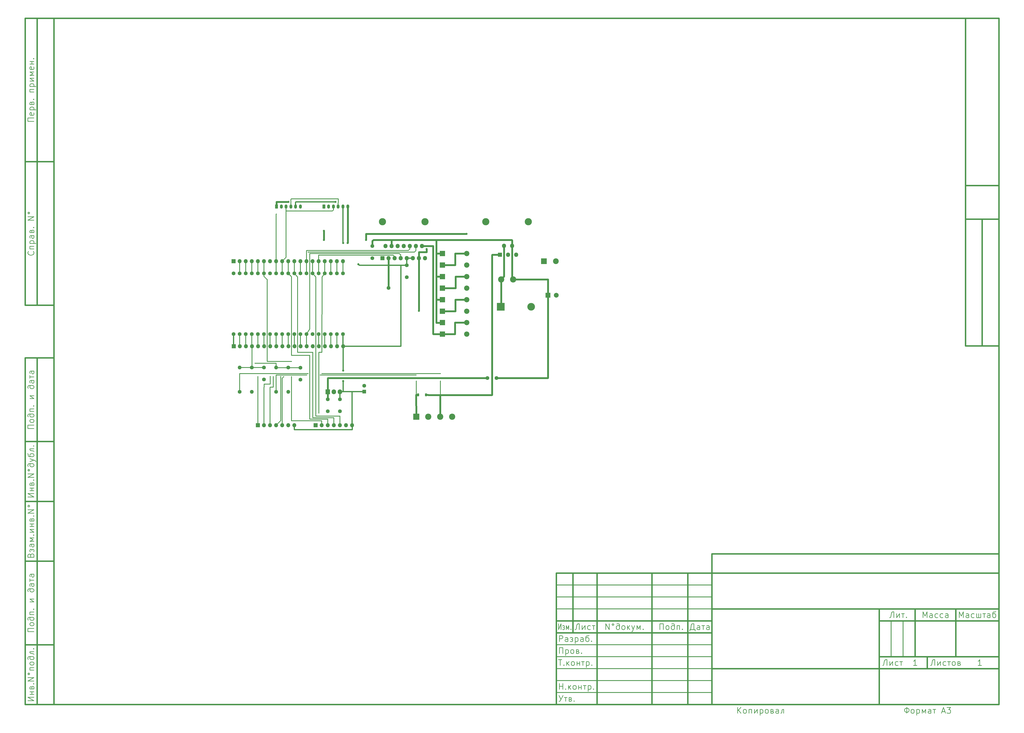
<source format=gbr>
%TF.GenerationSoftware,KiCad,Pcbnew,8.0.3*%
%TF.CreationDate,2024-08-26T14:09:16+03:00*%
%TF.ProjectId,pcb,7063622e-6b69-4636-9164-5f7063625858,rev?*%
%TF.SameCoordinates,Original*%
%TF.FileFunction,Copper,L1,Top*%
%TF.FilePolarity,Positive*%
%FSLAX46Y46*%
G04 Gerber Fmt 4.6, Leading zero omitted, Abs format (unit mm)*
G04 Created by KiCad (PCBNEW 8.0.3) date 2024-08-26 14:09:16*
%MOMM*%
%LPD*%
G01*
G04 APERTURE LIST*
G04 Aperture macros list*
%AMRoundRect*
0 Rectangle with rounded corners*
0 $1 Rounding radius*
0 $2 $3 $4 $5 $6 $7 $8 $9 X,Y pos of 4 corners*
0 Add a 4 corners polygon primitive as box body*
4,1,4,$2,$3,$4,$5,$6,$7,$8,$9,$2,$3,0*
0 Add four circle primitives for the rounded corners*
1,1,$1+$1,$2,$3*
1,1,$1+$1,$4,$5*
1,1,$1+$1,$6,$7*
1,1,$1+$1,$8,$9*
0 Add four rect primitives between the rounded corners*
20,1,$1+$1,$2,$3,$4,$5,0*
20,1,$1+$1,$4,$5,$6,$7,0*
20,1,$1+$1,$6,$7,$8,$9,0*
20,1,$1+$1,$8,$9,$2,$3,0*%
G04 Aperture macros list end*
%ADD10C,0.100000*%
%ADD11C,0.600000*%
%ADD12C,0.300000*%
%ADD13C,0.250000*%
%TA.AperFunction,ComponentPad*%
%ADD14C,1.600000*%
%TD*%
%TA.AperFunction,ComponentPad*%
%ADD15R,2.200000X2.200000*%
%TD*%
%TA.AperFunction,ComponentPad*%
%ADD16O,2.200000X2.200000*%
%TD*%
%TA.AperFunction,ComponentPad*%
%ADD17R,1.700000X1.700000*%
%TD*%
%TA.AperFunction,ComponentPad*%
%ADD18O,1.700000X1.700000*%
%TD*%
%TA.AperFunction,ComponentPad*%
%ADD19R,2.400000X2.400000*%
%TD*%
%TA.AperFunction,ComponentPad*%
%ADD20C,2.400000*%
%TD*%
%TA.AperFunction,ComponentPad*%
%ADD21R,2.600000X2.600000*%
%TD*%
%TA.AperFunction,ComponentPad*%
%ADD22C,2.600000*%
%TD*%
%TA.AperFunction,ComponentPad*%
%ADD23O,1.600000X1.600000*%
%TD*%
%TA.AperFunction,ComponentPad*%
%ADD24R,1.600000X1.600000*%
%TD*%
%TA.AperFunction,ComponentPad*%
%ADD25R,1.905000X2.000000*%
%TD*%
%TA.AperFunction,ComponentPad*%
%ADD26O,1.905000X2.000000*%
%TD*%
%TA.AperFunction,ComponentPad*%
%ADD27R,1.800000X1.800000*%
%TD*%
%TA.AperFunction,ComponentPad*%
%ADD28O,1.800000X1.800000*%
%TD*%
%TA.AperFunction,ComponentPad*%
%ADD29C,3.000000*%
%TD*%
%TA.AperFunction,ComponentPad*%
%ADD30R,2.000000X2.000000*%
%TD*%
%TA.AperFunction,ComponentPad*%
%ADD31C,2.000000*%
%TD*%
%TA.AperFunction,SMDPad,CuDef*%
%ADD32RoundRect,0.225000X0.225000X0.375000X-0.225000X0.375000X-0.225000X-0.375000X0.225000X-0.375000X0*%
%TD*%
%TA.AperFunction,ComponentPad*%
%ADD33R,3.200000X3.200000*%
%TD*%
%TA.AperFunction,ComponentPad*%
%ADD34O,3.200000X3.200000*%
%TD*%
%TA.AperFunction,ComponentPad*%
%ADD35RoundRect,0.250000X-0.350000X-0.625000X0.350000X-0.625000X0.350000X0.625000X-0.350000X0.625000X0*%
%TD*%
%TA.AperFunction,ComponentPad*%
%ADD36O,1.200000X1.750000*%
%TD*%
%TA.AperFunction,ViaPad*%
%ADD37C,0.450000*%
%TD*%
%TA.AperFunction,ViaPad*%
%ADD38C,1.600000*%
%TD*%
%TA.AperFunction,ViaPad*%
%ADD39C,0.900000*%
%TD*%
%TA.AperFunction,Conductor*%
%ADD40C,0.500000*%
%TD*%
%TA.AperFunction,Conductor*%
%ADD41C,0.300000*%
%TD*%
%TA.AperFunction,Conductor*%
%ADD42C,0.200000*%
%TD*%
%TA.AperFunction,Conductor*%
%ADD43C,0.800000*%
%TD*%
G04 APERTURE END LIST*
D10*
D11*
X20000000Y-292002200D02*
X414989000Y-292002200D01*
X414989000Y-5000000D01*
X20000000Y-5000000D01*
X20000000Y-292002200D01*
D10*
D11*
X8000000Y-232002200D02*
X20000000Y-232002200D01*
D10*
D11*
X8000000Y-207002200D02*
X20000000Y-207002200D01*
D10*
D11*
X8000000Y-182002200D02*
X20000000Y-182002200D01*
D10*
D11*
X400989000Y-89000000D02*
X414989000Y-89000000D01*
D10*
D11*
X400989000Y-142000000D02*
X414989000Y-142000000D01*
D10*
D11*
X400989000Y-75000000D02*
X414989000Y-75000000D01*
D10*
D11*
X400989000Y-89000000D02*
X400989000Y-142000000D01*
D10*
D11*
X407989000Y-89000000D02*
X407989000Y-142000000D01*
D10*
D11*
X400989000Y-75000000D02*
X400989000Y-89000000D01*
D10*
D11*
X400989000Y-5000000D02*
X400989000Y-75000000D01*
D10*
D11*
X8000000Y-147002200D02*
X20000000Y-147002200D01*
D10*
D11*
X8000000Y-292002200D02*
X20000000Y-292002200D01*
D10*
D11*
X8000000Y-267002200D02*
X20000000Y-267002200D01*
D10*
D11*
X294989000Y-237002200D02*
X294989000Y-292002200D01*
D10*
D11*
X284989000Y-237002200D02*
X284989000Y-292002200D01*
D10*
D11*
X269989000Y-237002200D02*
X269989000Y-292002200D01*
D10*
D11*
X246989000Y-237002200D02*
X246989000Y-292002200D01*
D10*
D11*
X236989000Y-237002200D02*
X236989000Y-262002200D01*
D10*
D12*
X229989000Y-252002200D02*
X294989000Y-252002200D01*
D10*
D12*
X229989000Y-247002200D02*
X294989000Y-247002200D01*
D10*
D12*
X229989000Y-242002200D02*
X294989000Y-242002200D01*
D10*
D11*
X229989000Y-262002200D02*
X294989000Y-262002200D01*
D10*
D11*
X229989000Y-257002200D02*
X294989000Y-257002200D01*
D10*
D12*
X229989000Y-287002200D02*
X294989000Y-287002200D01*
D10*
D12*
X229989000Y-282002200D02*
X294989000Y-282002200D01*
D10*
D12*
X229989000Y-277002200D02*
X294989000Y-277002200D01*
D10*
D12*
X229989000Y-272002200D02*
X294989000Y-272002200D01*
D10*
D12*
X229989000Y-267002200D02*
X294989000Y-267002200D01*
D10*
D11*
X294989000Y-229002200D02*
X414989000Y-229002200D01*
D10*
D11*
X294989000Y-237002200D02*
X294989000Y-229002200D01*
D10*
D11*
X229989000Y-237002200D02*
X414989000Y-237002200D01*
D10*
D11*
X8000000Y-147002200D02*
X8000000Y-292002200D01*
D10*
D11*
X13000000Y-147002200D02*
X13000000Y-292002200D01*
D10*
D12*
X369989000Y-257002200D02*
X369989000Y-272002200D01*
D10*
D12*
X374989000Y-257002200D02*
X374989000Y-272002200D01*
D10*
D11*
X379989000Y-252002200D02*
X379989000Y-272002200D01*
D10*
D11*
X396989000Y-252002200D02*
X396989000Y-272002200D01*
D10*
D11*
X364989000Y-272002200D02*
X414989000Y-272002200D01*
D10*
D11*
X364989000Y-257002200D02*
X414989000Y-257002200D01*
D10*
D11*
X364989000Y-252002200D02*
X364989000Y-292002200D01*
D10*
D11*
X294989000Y-277002200D02*
X414989000Y-277002200D01*
D10*
D11*
X294989000Y-252002200D02*
X414989000Y-252002200D01*
D10*
D11*
X229989000Y-292002200D02*
X229989000Y-237002200D01*
D10*
D11*
X384989000Y-272002200D02*
X384989000Y-277002200D01*
D10*
D11*
X8000000Y-5002200D02*
X20000000Y-5002200D01*
D10*
D11*
X8000000Y-65002200D02*
X20000000Y-65002200D01*
D10*
D11*
X8000000Y-125002200D02*
X20000000Y-125002200D01*
D10*
D11*
X8000000Y-5002200D02*
X8000000Y-125002200D01*
D10*
D11*
X13000000Y-5002200D02*
X13000000Y-125002200D01*
D10*
D13*
X250691380Y-260645747D02*
X250691380Y-258145747D01*
X250691380Y-258145747D02*
X252119951Y-260645747D01*
X252119951Y-260645747D02*
X252119951Y-258145747D01*
X253667570Y-258145747D02*
X253429475Y-258264795D01*
X253429475Y-258264795D02*
X253310428Y-258502890D01*
X253310428Y-258502890D02*
X253429475Y-258740985D01*
X253429475Y-258740985D02*
X253667570Y-258860033D01*
X253667570Y-258860033D02*
X253905666Y-258740985D01*
X253905666Y-258740985D02*
X254024713Y-258502890D01*
X254024713Y-258502890D02*
X253905666Y-258264795D01*
X253905666Y-258264795D02*
X253667570Y-258145747D01*
X256405666Y-259217176D02*
X256286618Y-259098128D01*
X256286618Y-259098128D02*
X256048523Y-258979080D01*
X256048523Y-258979080D02*
X255572332Y-258979080D01*
X255572332Y-258979080D02*
X255334237Y-259098128D01*
X255334237Y-259098128D02*
X255215190Y-259217176D01*
X255215190Y-259217176D02*
X255096142Y-259455271D01*
X255096142Y-259455271D02*
X255096142Y-260169557D01*
X255096142Y-260169557D02*
X255215190Y-260407652D01*
X255215190Y-260407652D02*
X255334237Y-260526700D01*
X255334237Y-260526700D02*
X255572332Y-260645747D01*
X255572332Y-260645747D02*
X255929475Y-260645747D01*
X255929475Y-260645747D02*
X256167571Y-260526700D01*
X256167571Y-260526700D02*
X256286618Y-260407652D01*
X256286618Y-260407652D02*
X256405666Y-260169557D01*
X256405666Y-260169557D02*
X256405666Y-258621938D01*
X256405666Y-258621938D02*
X256286618Y-258383842D01*
X256286618Y-258383842D02*
X256167571Y-258264795D01*
X256167571Y-258264795D02*
X255929475Y-258145747D01*
X255929475Y-258145747D02*
X255453285Y-258145747D01*
X255453285Y-258145747D02*
X255215190Y-258264795D01*
X257834237Y-260645747D02*
X257596142Y-260526700D01*
X257596142Y-260526700D02*
X257477095Y-260407652D01*
X257477095Y-260407652D02*
X257358047Y-260169557D01*
X257358047Y-260169557D02*
X257358047Y-259455271D01*
X257358047Y-259455271D02*
X257477095Y-259217176D01*
X257477095Y-259217176D02*
X257596142Y-259098128D01*
X257596142Y-259098128D02*
X257834237Y-258979080D01*
X257834237Y-258979080D02*
X258191380Y-258979080D01*
X258191380Y-258979080D02*
X258429476Y-259098128D01*
X258429476Y-259098128D02*
X258548523Y-259217176D01*
X258548523Y-259217176D02*
X258667571Y-259455271D01*
X258667571Y-259455271D02*
X258667571Y-260169557D01*
X258667571Y-260169557D02*
X258548523Y-260407652D01*
X258548523Y-260407652D02*
X258429476Y-260526700D01*
X258429476Y-260526700D02*
X258191380Y-260645747D01*
X258191380Y-260645747D02*
X257834237Y-260645747D01*
X259739000Y-258979080D02*
X259739000Y-260645747D01*
X259977095Y-259693366D02*
X260691381Y-260645747D01*
X260691381Y-258979080D02*
X259739000Y-259931461D01*
X261524714Y-258979080D02*
X262119952Y-260645747D01*
X262715191Y-258979080D02*
X262119952Y-260645747D01*
X262119952Y-260645747D02*
X261881857Y-261240985D01*
X261881857Y-261240985D02*
X261762810Y-261360033D01*
X261762810Y-261360033D02*
X261524714Y-261479080D01*
X263667572Y-260645747D02*
X263667572Y-258979080D01*
X263667572Y-258979080D02*
X264381857Y-260288604D01*
X264381857Y-260288604D02*
X265096143Y-258979080D01*
X265096143Y-258979080D02*
X265096143Y-260645747D01*
X266286620Y-260407652D02*
X266405667Y-260526700D01*
X266405667Y-260526700D02*
X266286620Y-260645747D01*
X266286620Y-260645747D02*
X266167572Y-260526700D01*
X266167572Y-260526700D02*
X266286620Y-260407652D01*
X266286620Y-260407652D02*
X266286620Y-260645747D01*
D10*
D13*
X10334023Y-229561723D02*
X10453071Y-229204580D01*
X10453071Y-229204580D02*
X10572119Y-229085533D01*
X10572119Y-229085533D02*
X10810214Y-228966485D01*
X10810214Y-228966485D02*
X11167357Y-228966485D01*
X11167357Y-228966485D02*
X11405452Y-229085533D01*
X11405452Y-229085533D02*
X11524500Y-229204580D01*
X11524500Y-229204580D02*
X11643547Y-229442675D01*
X11643547Y-229442675D02*
X11643547Y-230395056D01*
X11643547Y-230395056D02*
X9143547Y-230395056D01*
X9143547Y-230395056D02*
X9143547Y-229561723D01*
X9143547Y-229561723D02*
X9262595Y-229323628D01*
X9262595Y-229323628D02*
X9381642Y-229204580D01*
X9381642Y-229204580D02*
X9619738Y-229085533D01*
X9619738Y-229085533D02*
X9857833Y-229085533D01*
X9857833Y-229085533D02*
X10095928Y-229204580D01*
X10095928Y-229204580D02*
X10214976Y-229323628D01*
X10214976Y-229323628D02*
X10334023Y-229561723D01*
X10334023Y-229561723D02*
X10334023Y-230395056D01*
X10810214Y-227656961D02*
X10810214Y-227418866D01*
X10095928Y-228133152D02*
X9976880Y-227895056D01*
X9976880Y-227895056D02*
X9976880Y-227418866D01*
X9976880Y-227418866D02*
X10095928Y-227180771D01*
X10095928Y-227180771D02*
X10334023Y-227061723D01*
X10334023Y-227061723D02*
X10453071Y-227061723D01*
X10453071Y-227061723D02*
X10691166Y-227180771D01*
X10691166Y-227180771D02*
X10810214Y-227418866D01*
X10810214Y-227418866D02*
X10929261Y-227180771D01*
X10929261Y-227180771D02*
X11167357Y-227061723D01*
X11167357Y-227061723D02*
X11286404Y-227061723D01*
X11286404Y-227061723D02*
X11524500Y-227180771D01*
X11524500Y-227180771D02*
X11643547Y-227418866D01*
X11643547Y-227418866D02*
X11643547Y-227895056D01*
X11643547Y-227895056D02*
X11524500Y-228133152D01*
X11643547Y-224918866D02*
X10334023Y-224918866D01*
X10334023Y-224918866D02*
X10095928Y-225037913D01*
X10095928Y-225037913D02*
X9976880Y-225276009D01*
X9976880Y-225276009D02*
X9976880Y-225752199D01*
X9976880Y-225752199D02*
X10095928Y-225990294D01*
X11524500Y-224918866D02*
X11643547Y-225156961D01*
X11643547Y-225156961D02*
X11643547Y-225752199D01*
X11643547Y-225752199D02*
X11524500Y-225990294D01*
X11524500Y-225990294D02*
X11286404Y-226109342D01*
X11286404Y-226109342D02*
X11048309Y-226109342D01*
X11048309Y-226109342D02*
X10810214Y-225990294D01*
X10810214Y-225990294D02*
X10691166Y-225752199D01*
X10691166Y-225752199D02*
X10691166Y-225156961D01*
X10691166Y-225156961D02*
X10572119Y-224918866D01*
X11643547Y-223728389D02*
X9976880Y-223728389D01*
X9976880Y-223728389D02*
X11286404Y-223014104D01*
X11286404Y-223014104D02*
X9976880Y-222299818D01*
X9976880Y-222299818D02*
X11643547Y-222299818D01*
X11405452Y-221109341D02*
X11524500Y-220990294D01*
X11524500Y-220990294D02*
X11643547Y-221109341D01*
X11643547Y-221109341D02*
X11524500Y-221228389D01*
X11524500Y-221228389D02*
X11405452Y-221109341D01*
X11405452Y-221109341D02*
X11643547Y-221109341D01*
X9976880Y-219918865D02*
X11643547Y-219918865D01*
X11643547Y-219918865D02*
X9976880Y-218728389D01*
X9976880Y-218728389D02*
X11643547Y-218728389D01*
X10810214Y-217537913D02*
X10810214Y-216466485D01*
X9976880Y-217537913D02*
X11643547Y-217537913D01*
X9976880Y-216466485D02*
X11643547Y-216466485D01*
X10810214Y-214680770D02*
X10929261Y-214323627D01*
X10929261Y-214323627D02*
X11167357Y-214204580D01*
X11167357Y-214204580D02*
X11286404Y-214204580D01*
X11286404Y-214204580D02*
X11524500Y-214323627D01*
X11524500Y-214323627D02*
X11643547Y-214561723D01*
X11643547Y-214561723D02*
X11643547Y-215276008D01*
X11643547Y-215276008D02*
X9976880Y-215276008D01*
X9976880Y-215276008D02*
X9976880Y-214680770D01*
X9976880Y-214680770D02*
X10095928Y-214442675D01*
X10095928Y-214442675D02*
X10334023Y-214323627D01*
X10334023Y-214323627D02*
X10453071Y-214323627D01*
X10453071Y-214323627D02*
X10691166Y-214442675D01*
X10691166Y-214442675D02*
X10810214Y-214680770D01*
X10810214Y-214680770D02*
X10810214Y-215276008D01*
X11405452Y-213133151D02*
X11524500Y-213014104D01*
X11524500Y-213014104D02*
X11643547Y-213133151D01*
X11643547Y-213133151D02*
X11524500Y-213252199D01*
X11524500Y-213252199D02*
X11405452Y-213133151D01*
X11405452Y-213133151D02*
X11643547Y-213133151D01*
X11643547Y-211942675D02*
X9143547Y-211942675D01*
X9143547Y-211942675D02*
X11643547Y-210514104D01*
X11643547Y-210514104D02*
X9143547Y-210514104D01*
X9143547Y-208966485D02*
X9262595Y-209204580D01*
X9262595Y-209204580D02*
X9500690Y-209323627D01*
X9500690Y-209323627D02*
X9738785Y-209204580D01*
X9738785Y-209204580D02*
X9857833Y-208966485D01*
X9857833Y-208966485D02*
X9738785Y-208728389D01*
X9738785Y-208728389D02*
X9500690Y-208609342D01*
X9500690Y-208609342D02*
X9262595Y-208728389D01*
X9262595Y-208728389D02*
X9143547Y-208966485D01*
D10*
D13*
X287965190Y-261240985D02*
X287965190Y-260645747D01*
X287965190Y-260645747D02*
X285822332Y-260645747D01*
X285822332Y-260645747D02*
X285822332Y-261240985D01*
X287488999Y-260645747D02*
X287488999Y-258145747D01*
X287488999Y-258145747D02*
X286893761Y-258145747D01*
X286893761Y-258145747D02*
X286655666Y-258264795D01*
X286655666Y-258264795D02*
X286536618Y-258383842D01*
X286536618Y-258383842D02*
X286417570Y-258621938D01*
X286417570Y-258621938D02*
X286179475Y-260645747D01*
X289988999Y-260645747D02*
X289988999Y-259336223D01*
X289988999Y-259336223D02*
X289869952Y-259098128D01*
X289869952Y-259098128D02*
X289631856Y-258979080D01*
X289631856Y-258979080D02*
X289155666Y-258979080D01*
X289155666Y-258979080D02*
X288917571Y-259098128D01*
X289988999Y-260526700D02*
X289750904Y-260645747D01*
X289750904Y-260645747D02*
X289155666Y-260645747D01*
X289155666Y-260645747D02*
X288917571Y-260526700D01*
X288917571Y-260526700D02*
X288798523Y-260288604D01*
X288798523Y-260288604D02*
X288798523Y-260050509D01*
X288798523Y-260050509D02*
X288917571Y-259812414D01*
X288917571Y-259812414D02*
X289155666Y-259693366D01*
X289155666Y-259693366D02*
X289750904Y-259693366D01*
X289750904Y-259693366D02*
X289988999Y-259574319D01*
X290822333Y-258979080D02*
X292012809Y-258979080D01*
X291417571Y-258979080D02*
X291417571Y-260645747D01*
X293917571Y-260645747D02*
X293917571Y-259336223D01*
X293917571Y-259336223D02*
X293798524Y-259098128D01*
X293798524Y-259098128D02*
X293560428Y-258979080D01*
X293560428Y-258979080D02*
X293084238Y-258979080D01*
X293084238Y-258979080D02*
X292846143Y-259098128D01*
X293917571Y-260526700D02*
X293679476Y-260645747D01*
X293679476Y-260645747D02*
X293084238Y-260645747D01*
X293084238Y-260645747D02*
X292846143Y-260526700D01*
X292846143Y-260526700D02*
X292727095Y-260288604D01*
X292727095Y-260288604D02*
X292727095Y-260050509D01*
X292727095Y-260050509D02*
X292846143Y-259812414D01*
X292846143Y-259812414D02*
X293084238Y-259693366D01*
X293084238Y-259693366D02*
X293679476Y-259693366D01*
X293679476Y-259693366D02*
X293917571Y-259574319D01*
D10*
D13*
X230909634Y-258145747D02*
X230909634Y-260645747D01*
X230909634Y-260645747D02*
X231941380Y-258145747D01*
X231941380Y-258145747D02*
X231941380Y-260645747D01*
X232973127Y-259812414D02*
X233145084Y-259812414D01*
X232629211Y-259098128D02*
X232801169Y-258979080D01*
X232801169Y-258979080D02*
X233145084Y-258979080D01*
X233145084Y-258979080D02*
X233317042Y-259098128D01*
X233317042Y-259098128D02*
X233403021Y-259336223D01*
X233403021Y-259336223D02*
X233403021Y-259455271D01*
X233403021Y-259455271D02*
X233317042Y-259693366D01*
X233317042Y-259693366D02*
X233145084Y-259812414D01*
X233145084Y-259812414D02*
X233317042Y-259931461D01*
X233317042Y-259931461D02*
X233403021Y-260169557D01*
X233403021Y-260169557D02*
X233403021Y-260288604D01*
X233403021Y-260288604D02*
X233317042Y-260526700D01*
X233317042Y-260526700D02*
X233145084Y-260645747D01*
X233145084Y-260645747D02*
X232801169Y-260645747D01*
X232801169Y-260645747D02*
X232629211Y-260526700D01*
X234176831Y-260645747D02*
X234176831Y-258979080D01*
X234176831Y-258979080D02*
X234692704Y-260288604D01*
X234692704Y-260288604D02*
X235208577Y-258979080D01*
X235208577Y-258979080D02*
X235208577Y-260645747D01*
X236068366Y-260407652D02*
X236154345Y-260526700D01*
X236154345Y-260526700D02*
X236068366Y-260645747D01*
X236068366Y-260645747D02*
X235982387Y-260526700D01*
X235982387Y-260526700D02*
X236068366Y-260407652D01*
X236068366Y-260407652D02*
X236068366Y-260645747D01*
D10*
D13*
X9143547Y-205156961D02*
X11643547Y-205156961D01*
X11643547Y-205156961D02*
X9143547Y-203728390D01*
X9143547Y-203728390D02*
X11643547Y-203728390D01*
X10810214Y-202537913D02*
X10810214Y-201466485D01*
X9976880Y-202537913D02*
X11643547Y-202537913D01*
X9976880Y-201466485D02*
X11643547Y-201466485D01*
X10810214Y-199680770D02*
X10929261Y-199323627D01*
X10929261Y-199323627D02*
X11167357Y-199204580D01*
X11167357Y-199204580D02*
X11286404Y-199204580D01*
X11286404Y-199204580D02*
X11524500Y-199323627D01*
X11524500Y-199323627D02*
X11643547Y-199561723D01*
X11643547Y-199561723D02*
X11643547Y-200276008D01*
X11643547Y-200276008D02*
X9976880Y-200276008D01*
X9976880Y-200276008D02*
X9976880Y-199680770D01*
X9976880Y-199680770D02*
X10095928Y-199442675D01*
X10095928Y-199442675D02*
X10334023Y-199323627D01*
X10334023Y-199323627D02*
X10453071Y-199323627D01*
X10453071Y-199323627D02*
X10691166Y-199442675D01*
X10691166Y-199442675D02*
X10810214Y-199680770D01*
X10810214Y-199680770D02*
X10810214Y-200276008D01*
X11405452Y-198133151D02*
X11524500Y-198014104D01*
X11524500Y-198014104D02*
X11643547Y-198133151D01*
X11643547Y-198133151D02*
X11524500Y-198252199D01*
X11524500Y-198252199D02*
X11405452Y-198133151D01*
X11405452Y-198133151D02*
X11643547Y-198133151D01*
X11643547Y-196942675D02*
X9143547Y-196942675D01*
X9143547Y-196942675D02*
X11643547Y-195514104D01*
X11643547Y-195514104D02*
X9143547Y-195514104D01*
X9143547Y-193966485D02*
X9262595Y-194204580D01*
X9262595Y-194204580D02*
X9500690Y-194323627D01*
X9500690Y-194323627D02*
X9738785Y-194204580D01*
X9738785Y-194204580D02*
X9857833Y-193966485D01*
X9857833Y-193966485D02*
X9738785Y-193728389D01*
X9738785Y-193728389D02*
X9500690Y-193609342D01*
X9500690Y-193609342D02*
X9262595Y-193728389D01*
X9262595Y-193728389D02*
X9143547Y-193966485D01*
X10214976Y-191228389D02*
X10095928Y-191347437D01*
X10095928Y-191347437D02*
X9976880Y-191585532D01*
X9976880Y-191585532D02*
X9976880Y-192061723D01*
X9976880Y-192061723D02*
X10095928Y-192299818D01*
X10095928Y-192299818D02*
X10214976Y-192418865D01*
X10214976Y-192418865D02*
X10453071Y-192537913D01*
X10453071Y-192537913D02*
X11167357Y-192537913D01*
X11167357Y-192537913D02*
X11405452Y-192418865D01*
X11405452Y-192418865D02*
X11524500Y-192299818D01*
X11524500Y-192299818D02*
X11643547Y-192061723D01*
X11643547Y-192061723D02*
X11643547Y-191704580D01*
X11643547Y-191704580D02*
X11524500Y-191466484D01*
X11524500Y-191466484D02*
X11405452Y-191347437D01*
X11405452Y-191347437D02*
X11167357Y-191228389D01*
X11167357Y-191228389D02*
X9619738Y-191228389D01*
X9619738Y-191228389D02*
X9381642Y-191347437D01*
X9381642Y-191347437D02*
X9262595Y-191466484D01*
X9262595Y-191466484D02*
X9143547Y-191704580D01*
X9143547Y-191704580D02*
X9143547Y-192180770D01*
X9143547Y-192180770D02*
X9262595Y-192418865D01*
X9976880Y-190395056D02*
X11643547Y-189799818D01*
X9976880Y-189204579D02*
X11643547Y-189799818D01*
X11643547Y-189799818D02*
X12238785Y-190037913D01*
X12238785Y-190037913D02*
X12357833Y-190156960D01*
X12357833Y-190156960D02*
X12476880Y-190395056D01*
X9024500Y-187061722D02*
X9143547Y-187180770D01*
X9143547Y-187180770D02*
X9262595Y-187418865D01*
X9262595Y-187418865D02*
X9262595Y-187895056D01*
X9262595Y-187895056D02*
X9381642Y-188133151D01*
X9381642Y-188133151D02*
X9500690Y-188252198D01*
X9500690Y-188252198D02*
X9738785Y-188371246D01*
X9738785Y-188371246D02*
X11167357Y-188371246D01*
X11167357Y-188371246D02*
X11405452Y-188252198D01*
X11405452Y-188252198D02*
X11524500Y-188133151D01*
X11524500Y-188133151D02*
X11643547Y-187895056D01*
X11643547Y-187895056D02*
X11643547Y-187537913D01*
X11643547Y-187537913D02*
X11524500Y-187299817D01*
X11524500Y-187299817D02*
X11405452Y-187180770D01*
X11405452Y-187180770D02*
X11167357Y-187061722D01*
X11167357Y-187061722D02*
X10453071Y-187061722D01*
X10453071Y-187061722D02*
X10214976Y-187180770D01*
X10214976Y-187180770D02*
X10095928Y-187299817D01*
X10095928Y-187299817D02*
X9976880Y-187537913D01*
X9976880Y-187537913D02*
X9976880Y-188014103D01*
X9976880Y-188014103D02*
X10095928Y-188252198D01*
X10095928Y-188252198D02*
X10214976Y-188371246D01*
X11643547Y-185037912D02*
X9976880Y-185037912D01*
X9976880Y-185037912D02*
X9976880Y-185395055D01*
X9976880Y-185395055D02*
X10095928Y-185633151D01*
X10095928Y-185633151D02*
X10334023Y-185752198D01*
X10334023Y-185752198D02*
X11286404Y-185871246D01*
X11286404Y-185871246D02*
X11524500Y-185990293D01*
X11524500Y-185990293D02*
X11643547Y-186228389D01*
X11405452Y-183847436D02*
X11524500Y-183728389D01*
X11524500Y-183728389D02*
X11643547Y-183847436D01*
X11643547Y-183847436D02*
X11524500Y-183966484D01*
X11524500Y-183966484D02*
X11405452Y-183847436D01*
X11405452Y-183847436D02*
X11643547Y-183847436D01*
D10*
D13*
X9143547Y-290335533D02*
X11643547Y-290335533D01*
X11643547Y-290335533D02*
X9143547Y-288906962D01*
X9143547Y-288906962D02*
X11643547Y-288906962D01*
X10810214Y-287716485D02*
X10810214Y-286645057D01*
X9976880Y-287716485D02*
X11643547Y-287716485D01*
X9976880Y-286645057D02*
X11643547Y-286645057D01*
X10810214Y-284859342D02*
X10929261Y-284502199D01*
X10929261Y-284502199D02*
X11167357Y-284383152D01*
X11167357Y-284383152D02*
X11286404Y-284383152D01*
X11286404Y-284383152D02*
X11524500Y-284502199D01*
X11524500Y-284502199D02*
X11643547Y-284740295D01*
X11643547Y-284740295D02*
X11643547Y-285454580D01*
X11643547Y-285454580D02*
X9976880Y-285454580D01*
X9976880Y-285454580D02*
X9976880Y-284859342D01*
X9976880Y-284859342D02*
X10095928Y-284621247D01*
X10095928Y-284621247D02*
X10334023Y-284502199D01*
X10334023Y-284502199D02*
X10453071Y-284502199D01*
X10453071Y-284502199D02*
X10691166Y-284621247D01*
X10691166Y-284621247D02*
X10810214Y-284859342D01*
X10810214Y-284859342D02*
X10810214Y-285454580D01*
X11405452Y-283311723D02*
X11524500Y-283192676D01*
X11524500Y-283192676D02*
X11643547Y-283311723D01*
X11643547Y-283311723D02*
X11524500Y-283430771D01*
X11524500Y-283430771D02*
X11405452Y-283311723D01*
X11405452Y-283311723D02*
X11643547Y-283311723D01*
X11643547Y-282121247D02*
X9143547Y-282121247D01*
X9143547Y-282121247D02*
X11643547Y-280692676D01*
X11643547Y-280692676D02*
X9143547Y-280692676D01*
X9143547Y-279145057D02*
X9262595Y-279383152D01*
X9262595Y-279383152D02*
X9500690Y-279502199D01*
X9500690Y-279502199D02*
X9738785Y-279383152D01*
X9738785Y-279383152D02*
X9857833Y-279145057D01*
X9857833Y-279145057D02*
X9738785Y-278906961D01*
X9738785Y-278906961D02*
X9500690Y-278787914D01*
X9500690Y-278787914D02*
X9262595Y-278906961D01*
X9262595Y-278906961D02*
X9143547Y-279145057D01*
X11643547Y-277597437D02*
X9976880Y-277597437D01*
X9976880Y-277597437D02*
X9976880Y-276526009D01*
X9976880Y-276526009D02*
X11643547Y-276526009D01*
X11643547Y-274978390D02*
X11524500Y-275216485D01*
X11524500Y-275216485D02*
X11405452Y-275335532D01*
X11405452Y-275335532D02*
X11167357Y-275454580D01*
X11167357Y-275454580D02*
X10453071Y-275454580D01*
X10453071Y-275454580D02*
X10214976Y-275335532D01*
X10214976Y-275335532D02*
X10095928Y-275216485D01*
X10095928Y-275216485D02*
X9976880Y-274978390D01*
X9976880Y-274978390D02*
X9976880Y-274621247D01*
X9976880Y-274621247D02*
X10095928Y-274383151D01*
X10095928Y-274383151D02*
X10214976Y-274264104D01*
X10214976Y-274264104D02*
X10453071Y-274145056D01*
X10453071Y-274145056D02*
X11167357Y-274145056D01*
X11167357Y-274145056D02*
X11405452Y-274264104D01*
X11405452Y-274264104D02*
X11524500Y-274383151D01*
X11524500Y-274383151D02*
X11643547Y-274621247D01*
X11643547Y-274621247D02*
X11643547Y-274978390D01*
X10214976Y-271883151D02*
X10095928Y-272002199D01*
X10095928Y-272002199D02*
X9976880Y-272240294D01*
X9976880Y-272240294D02*
X9976880Y-272716485D01*
X9976880Y-272716485D02*
X10095928Y-272954580D01*
X10095928Y-272954580D02*
X10214976Y-273073627D01*
X10214976Y-273073627D02*
X10453071Y-273192675D01*
X10453071Y-273192675D02*
X11167357Y-273192675D01*
X11167357Y-273192675D02*
X11405452Y-273073627D01*
X11405452Y-273073627D02*
X11524500Y-272954580D01*
X11524500Y-272954580D02*
X11643547Y-272716485D01*
X11643547Y-272716485D02*
X11643547Y-272359342D01*
X11643547Y-272359342D02*
X11524500Y-272121246D01*
X11524500Y-272121246D02*
X11405452Y-272002199D01*
X11405452Y-272002199D02*
X11167357Y-271883151D01*
X11167357Y-271883151D02*
X9619738Y-271883151D01*
X9619738Y-271883151D02*
X9381642Y-272002199D01*
X9381642Y-272002199D02*
X9262595Y-272121246D01*
X9262595Y-272121246D02*
X9143547Y-272359342D01*
X9143547Y-272359342D02*
X9143547Y-272835532D01*
X9143547Y-272835532D02*
X9262595Y-273073627D01*
X11643547Y-269859341D02*
X9976880Y-269859341D01*
X9976880Y-269859341D02*
X9976880Y-270216484D01*
X9976880Y-270216484D02*
X10095928Y-270454580D01*
X10095928Y-270454580D02*
X10334023Y-270573627D01*
X10334023Y-270573627D02*
X11286404Y-270692675D01*
X11286404Y-270692675D02*
X11524500Y-270811722D01*
X11524500Y-270811722D02*
X11643547Y-271049818D01*
X11405452Y-268668865D02*
X11524500Y-268549818D01*
X11524500Y-268549818D02*
X11643547Y-268668865D01*
X11643547Y-268668865D02*
X11524500Y-268787913D01*
X11524500Y-268787913D02*
X11405452Y-268668865D01*
X11405452Y-268668865D02*
X11643547Y-268668865D01*
D10*
D13*
X305748711Y-295645747D02*
X305748711Y-293145747D01*
X307177282Y-295645747D02*
X306105853Y-294217176D01*
X307177282Y-293145747D02*
X305748711Y-294574319D01*
X308605853Y-295645747D02*
X308367758Y-295526700D01*
X308367758Y-295526700D02*
X308248711Y-295407652D01*
X308248711Y-295407652D02*
X308129663Y-295169557D01*
X308129663Y-295169557D02*
X308129663Y-294455271D01*
X308129663Y-294455271D02*
X308248711Y-294217176D01*
X308248711Y-294217176D02*
X308367758Y-294098128D01*
X308367758Y-294098128D02*
X308605853Y-293979080D01*
X308605853Y-293979080D02*
X308962996Y-293979080D01*
X308962996Y-293979080D02*
X309201092Y-294098128D01*
X309201092Y-294098128D02*
X309320139Y-294217176D01*
X309320139Y-294217176D02*
X309439187Y-294455271D01*
X309439187Y-294455271D02*
X309439187Y-295169557D01*
X309439187Y-295169557D02*
X309320139Y-295407652D01*
X309320139Y-295407652D02*
X309201092Y-295526700D01*
X309201092Y-295526700D02*
X308962996Y-295645747D01*
X308962996Y-295645747D02*
X308605853Y-295645747D01*
X310510616Y-295645747D02*
X310510616Y-293979080D01*
X310510616Y-293979080D02*
X311582044Y-293979080D01*
X311582044Y-293979080D02*
X311582044Y-295645747D01*
X312772521Y-293979080D02*
X312772521Y-295645747D01*
X312772521Y-295645747D02*
X313962997Y-293979080D01*
X313962997Y-293979080D02*
X313962997Y-295645747D01*
X315153473Y-293979080D02*
X315153473Y-296479080D01*
X315153473Y-294098128D02*
X315391568Y-293979080D01*
X315391568Y-293979080D02*
X315867758Y-293979080D01*
X315867758Y-293979080D02*
X316105854Y-294098128D01*
X316105854Y-294098128D02*
X316224901Y-294217176D01*
X316224901Y-294217176D02*
X316343949Y-294455271D01*
X316343949Y-294455271D02*
X316343949Y-295169557D01*
X316343949Y-295169557D02*
X316224901Y-295407652D01*
X316224901Y-295407652D02*
X316105854Y-295526700D01*
X316105854Y-295526700D02*
X315867758Y-295645747D01*
X315867758Y-295645747D02*
X315391568Y-295645747D01*
X315391568Y-295645747D02*
X315153473Y-295526700D01*
X317772520Y-295645747D02*
X317534425Y-295526700D01*
X317534425Y-295526700D02*
X317415378Y-295407652D01*
X317415378Y-295407652D02*
X317296330Y-295169557D01*
X317296330Y-295169557D02*
X317296330Y-294455271D01*
X317296330Y-294455271D02*
X317415378Y-294217176D01*
X317415378Y-294217176D02*
X317534425Y-294098128D01*
X317534425Y-294098128D02*
X317772520Y-293979080D01*
X317772520Y-293979080D02*
X318129663Y-293979080D01*
X318129663Y-293979080D02*
X318367759Y-294098128D01*
X318367759Y-294098128D02*
X318486806Y-294217176D01*
X318486806Y-294217176D02*
X318605854Y-294455271D01*
X318605854Y-294455271D02*
X318605854Y-295169557D01*
X318605854Y-295169557D02*
X318486806Y-295407652D01*
X318486806Y-295407652D02*
X318367759Y-295526700D01*
X318367759Y-295526700D02*
X318129663Y-295645747D01*
X318129663Y-295645747D02*
X317772520Y-295645747D01*
X320272521Y-294812414D02*
X320629664Y-294931461D01*
X320629664Y-294931461D02*
X320748711Y-295169557D01*
X320748711Y-295169557D02*
X320748711Y-295288604D01*
X320748711Y-295288604D02*
X320629664Y-295526700D01*
X320629664Y-295526700D02*
X320391568Y-295645747D01*
X320391568Y-295645747D02*
X319677283Y-295645747D01*
X319677283Y-295645747D02*
X319677283Y-293979080D01*
X319677283Y-293979080D02*
X320272521Y-293979080D01*
X320272521Y-293979080D02*
X320510616Y-294098128D01*
X320510616Y-294098128D02*
X320629664Y-294336223D01*
X320629664Y-294336223D02*
X320629664Y-294455271D01*
X320629664Y-294455271D02*
X320510616Y-294693366D01*
X320510616Y-294693366D02*
X320272521Y-294812414D01*
X320272521Y-294812414D02*
X319677283Y-294812414D01*
X322891568Y-295645747D02*
X322891568Y-294336223D01*
X322891568Y-294336223D02*
X322772521Y-294098128D01*
X322772521Y-294098128D02*
X322534425Y-293979080D01*
X322534425Y-293979080D02*
X322058235Y-293979080D01*
X322058235Y-293979080D02*
X321820140Y-294098128D01*
X322891568Y-295526700D02*
X322653473Y-295645747D01*
X322653473Y-295645747D02*
X322058235Y-295645747D01*
X322058235Y-295645747D02*
X321820140Y-295526700D01*
X321820140Y-295526700D02*
X321701092Y-295288604D01*
X321701092Y-295288604D02*
X321701092Y-295050509D01*
X321701092Y-295050509D02*
X321820140Y-294812414D01*
X321820140Y-294812414D02*
X322058235Y-294693366D01*
X322058235Y-294693366D02*
X322653473Y-294693366D01*
X322653473Y-294693366D02*
X322891568Y-294574319D01*
X325034426Y-295645747D02*
X325034426Y-293979080D01*
X325034426Y-293979080D02*
X324677283Y-293979080D01*
X324677283Y-293979080D02*
X324439187Y-294098128D01*
X324439187Y-294098128D02*
X324320140Y-294336223D01*
X324320140Y-294336223D02*
X324201092Y-295288604D01*
X324201092Y-295288604D02*
X324082045Y-295526700D01*
X324082045Y-295526700D02*
X323843949Y-295645747D01*
D10*
D13*
X368177282Y-275645747D02*
X368177282Y-273145747D01*
X368177282Y-273145747D02*
X367820139Y-273145747D01*
X367820139Y-273145747D02*
X367462996Y-273264795D01*
X367462996Y-273264795D02*
X367224901Y-273502890D01*
X367224901Y-273502890D02*
X367105853Y-273860033D01*
X367105853Y-273860033D02*
X366867758Y-275288604D01*
X366867758Y-275288604D02*
X366748711Y-275526700D01*
X366748711Y-275526700D02*
X366510615Y-275645747D01*
X366510615Y-275645747D02*
X366391568Y-275645747D01*
X369367759Y-273979080D02*
X369367759Y-275645747D01*
X369367759Y-275645747D02*
X370558235Y-273979080D01*
X370558235Y-273979080D02*
X370558235Y-275645747D01*
X372820139Y-275526700D02*
X372582044Y-275645747D01*
X372582044Y-275645747D02*
X372105853Y-275645747D01*
X372105853Y-275645747D02*
X371867758Y-275526700D01*
X371867758Y-275526700D02*
X371748711Y-275407652D01*
X371748711Y-275407652D02*
X371629663Y-275169557D01*
X371629663Y-275169557D02*
X371629663Y-274455271D01*
X371629663Y-274455271D02*
X371748711Y-274217176D01*
X371748711Y-274217176D02*
X371867758Y-274098128D01*
X371867758Y-274098128D02*
X372105853Y-273979080D01*
X372105853Y-273979080D02*
X372582044Y-273979080D01*
X372582044Y-273979080D02*
X372820139Y-274098128D01*
X373534425Y-273979080D02*
X374724901Y-273979080D01*
X374129663Y-273979080D02*
X374129663Y-275645747D01*
D10*
D13*
X239608047Y-260645747D02*
X239608047Y-258145747D01*
X239608047Y-258145747D02*
X239250904Y-258145747D01*
X239250904Y-258145747D02*
X238893761Y-258264795D01*
X238893761Y-258264795D02*
X238655666Y-258502890D01*
X238655666Y-258502890D02*
X238536618Y-258860033D01*
X238536618Y-258860033D02*
X238298523Y-260288604D01*
X238298523Y-260288604D02*
X238179476Y-260526700D01*
X238179476Y-260526700D02*
X237941380Y-260645747D01*
X237941380Y-260645747D02*
X237822333Y-260645747D01*
X240798524Y-258979080D02*
X240798524Y-260645747D01*
X240798524Y-260645747D02*
X241989000Y-258979080D01*
X241989000Y-258979080D02*
X241989000Y-260645747D01*
X244250904Y-260526700D02*
X244012809Y-260645747D01*
X244012809Y-260645747D02*
X243536618Y-260645747D01*
X243536618Y-260645747D02*
X243298523Y-260526700D01*
X243298523Y-260526700D02*
X243179476Y-260407652D01*
X243179476Y-260407652D02*
X243060428Y-260169557D01*
X243060428Y-260169557D02*
X243060428Y-259455271D01*
X243060428Y-259455271D02*
X243179476Y-259217176D01*
X243179476Y-259217176D02*
X243298523Y-259098128D01*
X243298523Y-259098128D02*
X243536618Y-258979080D01*
X243536618Y-258979080D02*
X244012809Y-258979080D01*
X244012809Y-258979080D02*
X244250904Y-259098128D01*
X244965190Y-258979080D02*
X246155666Y-258979080D01*
X245560428Y-258979080D02*
X245560428Y-260645747D01*
D10*
D13*
X388177282Y-275645747D02*
X388177282Y-273145747D01*
X388177282Y-273145747D02*
X387820139Y-273145747D01*
X387820139Y-273145747D02*
X387462996Y-273264795D01*
X387462996Y-273264795D02*
X387224901Y-273502890D01*
X387224901Y-273502890D02*
X387105853Y-273860033D01*
X387105853Y-273860033D02*
X386867758Y-275288604D01*
X386867758Y-275288604D02*
X386748711Y-275526700D01*
X386748711Y-275526700D02*
X386510615Y-275645747D01*
X386510615Y-275645747D02*
X386391568Y-275645747D01*
X389367759Y-273979080D02*
X389367759Y-275645747D01*
X389367759Y-275645747D02*
X390558235Y-273979080D01*
X390558235Y-273979080D02*
X390558235Y-275645747D01*
X392820139Y-275526700D02*
X392582044Y-275645747D01*
X392582044Y-275645747D02*
X392105853Y-275645747D01*
X392105853Y-275645747D02*
X391867758Y-275526700D01*
X391867758Y-275526700D02*
X391748711Y-275407652D01*
X391748711Y-275407652D02*
X391629663Y-275169557D01*
X391629663Y-275169557D02*
X391629663Y-274455271D01*
X391629663Y-274455271D02*
X391748711Y-274217176D01*
X391748711Y-274217176D02*
X391867758Y-274098128D01*
X391867758Y-274098128D02*
X392105853Y-273979080D01*
X392105853Y-273979080D02*
X392582044Y-273979080D01*
X392582044Y-273979080D02*
X392820139Y-274098128D01*
X393534425Y-273979080D02*
X394724901Y-273979080D01*
X394129663Y-273979080D02*
X394129663Y-275645747D01*
X395915377Y-275645747D02*
X395677282Y-275526700D01*
X395677282Y-275526700D02*
X395558235Y-275407652D01*
X395558235Y-275407652D02*
X395439187Y-275169557D01*
X395439187Y-275169557D02*
X395439187Y-274455271D01*
X395439187Y-274455271D02*
X395558235Y-274217176D01*
X395558235Y-274217176D02*
X395677282Y-274098128D01*
X395677282Y-274098128D02*
X395915377Y-273979080D01*
X395915377Y-273979080D02*
X396272520Y-273979080D01*
X396272520Y-273979080D02*
X396510616Y-274098128D01*
X396510616Y-274098128D02*
X396629663Y-274217176D01*
X396629663Y-274217176D02*
X396748711Y-274455271D01*
X396748711Y-274455271D02*
X396748711Y-275169557D01*
X396748711Y-275169557D02*
X396629663Y-275407652D01*
X396629663Y-275407652D02*
X396510616Y-275526700D01*
X396510616Y-275526700D02*
X396272520Y-275645747D01*
X396272520Y-275645747D02*
X395915377Y-275645747D01*
X398415378Y-274812414D02*
X398772521Y-274931461D01*
X398772521Y-274931461D02*
X398891568Y-275169557D01*
X398891568Y-275169557D02*
X398891568Y-275288604D01*
X398891568Y-275288604D02*
X398772521Y-275526700D01*
X398772521Y-275526700D02*
X398534425Y-275645747D01*
X398534425Y-275645747D02*
X397820140Y-275645747D01*
X397820140Y-275645747D02*
X397820140Y-273979080D01*
X397820140Y-273979080D02*
X398415378Y-273979080D01*
X398415378Y-273979080D02*
X398653473Y-274098128D01*
X398653473Y-274098128D02*
X398772521Y-274336223D01*
X398772521Y-274336223D02*
X398772521Y-274455271D01*
X398772521Y-274455271D02*
X398653473Y-274693366D01*
X398653473Y-274693366D02*
X398415378Y-274812414D01*
X398415378Y-274812414D02*
X397820140Y-274812414D01*
D10*
D13*
X371084238Y-255645747D02*
X371084238Y-253145747D01*
X371084238Y-253145747D02*
X370727095Y-253145747D01*
X370727095Y-253145747D02*
X370369952Y-253264795D01*
X370369952Y-253264795D02*
X370131857Y-253502890D01*
X370131857Y-253502890D02*
X370012809Y-253860033D01*
X370012809Y-253860033D02*
X369774714Y-255288604D01*
X369774714Y-255288604D02*
X369655667Y-255526700D01*
X369655667Y-255526700D02*
X369417571Y-255645747D01*
X369417571Y-255645747D02*
X369298524Y-255645747D01*
X372274715Y-253979080D02*
X372274715Y-255645747D01*
X372274715Y-255645747D02*
X373465191Y-253979080D01*
X373465191Y-253979080D02*
X373465191Y-255645747D01*
X374298524Y-253979080D02*
X375489000Y-253979080D01*
X374893762Y-253979080D02*
X374893762Y-255645747D01*
X376322334Y-255407652D02*
X376441381Y-255526700D01*
X376441381Y-255526700D02*
X376322334Y-255645747D01*
X376322334Y-255645747D02*
X376203286Y-255526700D01*
X376203286Y-255526700D02*
X376322334Y-255407652D01*
X376322334Y-255407652D02*
X376322334Y-255645747D01*
D10*
D13*
X383250905Y-255645747D02*
X383250905Y-253145747D01*
X383250905Y-253145747D02*
X384084238Y-254931461D01*
X384084238Y-254931461D02*
X384917571Y-253145747D01*
X384917571Y-253145747D02*
X384917571Y-255645747D01*
X387179476Y-255645747D02*
X387179476Y-254336223D01*
X387179476Y-254336223D02*
X387060429Y-254098128D01*
X387060429Y-254098128D02*
X386822333Y-253979080D01*
X386822333Y-253979080D02*
X386346143Y-253979080D01*
X386346143Y-253979080D02*
X386108048Y-254098128D01*
X387179476Y-255526700D02*
X386941381Y-255645747D01*
X386941381Y-255645747D02*
X386346143Y-255645747D01*
X386346143Y-255645747D02*
X386108048Y-255526700D01*
X386108048Y-255526700D02*
X385989000Y-255288604D01*
X385989000Y-255288604D02*
X385989000Y-255050509D01*
X385989000Y-255050509D02*
X386108048Y-254812414D01*
X386108048Y-254812414D02*
X386346143Y-254693366D01*
X386346143Y-254693366D02*
X386941381Y-254693366D01*
X386941381Y-254693366D02*
X387179476Y-254574319D01*
X389441381Y-255526700D02*
X389203286Y-255645747D01*
X389203286Y-255645747D02*
X388727095Y-255645747D01*
X388727095Y-255645747D02*
X388489000Y-255526700D01*
X388489000Y-255526700D02*
X388369953Y-255407652D01*
X388369953Y-255407652D02*
X388250905Y-255169557D01*
X388250905Y-255169557D02*
X388250905Y-254455271D01*
X388250905Y-254455271D02*
X388369953Y-254217176D01*
X388369953Y-254217176D02*
X388489000Y-254098128D01*
X388489000Y-254098128D02*
X388727095Y-253979080D01*
X388727095Y-253979080D02*
X389203286Y-253979080D01*
X389203286Y-253979080D02*
X389441381Y-254098128D01*
X391584238Y-255526700D02*
X391346143Y-255645747D01*
X391346143Y-255645747D02*
X390869952Y-255645747D01*
X390869952Y-255645747D02*
X390631857Y-255526700D01*
X390631857Y-255526700D02*
X390512810Y-255407652D01*
X390512810Y-255407652D02*
X390393762Y-255169557D01*
X390393762Y-255169557D02*
X390393762Y-254455271D01*
X390393762Y-254455271D02*
X390512810Y-254217176D01*
X390512810Y-254217176D02*
X390631857Y-254098128D01*
X390631857Y-254098128D02*
X390869952Y-253979080D01*
X390869952Y-253979080D02*
X391346143Y-253979080D01*
X391346143Y-253979080D02*
X391584238Y-254098128D01*
X393727095Y-255645747D02*
X393727095Y-254336223D01*
X393727095Y-254336223D02*
X393608048Y-254098128D01*
X393608048Y-254098128D02*
X393369952Y-253979080D01*
X393369952Y-253979080D02*
X392893762Y-253979080D01*
X392893762Y-253979080D02*
X392655667Y-254098128D01*
X393727095Y-255526700D02*
X393489000Y-255645747D01*
X393489000Y-255645747D02*
X392893762Y-255645747D01*
X392893762Y-255645747D02*
X392655667Y-255526700D01*
X392655667Y-255526700D02*
X392536619Y-255288604D01*
X392536619Y-255288604D02*
X392536619Y-255050509D01*
X392536619Y-255050509D02*
X392655667Y-254812414D01*
X392655667Y-254812414D02*
X392893762Y-254693366D01*
X392893762Y-254693366D02*
X393489000Y-254693366D01*
X393489000Y-254693366D02*
X393727095Y-254574319D01*
D10*
D13*
X398429476Y-255645747D02*
X398429476Y-253145747D01*
X398429476Y-253145747D02*
X399262809Y-254931461D01*
X399262809Y-254931461D02*
X400096142Y-253145747D01*
X400096142Y-253145747D02*
X400096142Y-255645747D01*
X402358047Y-255645747D02*
X402358047Y-254336223D01*
X402358047Y-254336223D02*
X402239000Y-254098128D01*
X402239000Y-254098128D02*
X402000904Y-253979080D01*
X402000904Y-253979080D02*
X401524714Y-253979080D01*
X401524714Y-253979080D02*
X401286619Y-254098128D01*
X402358047Y-255526700D02*
X402119952Y-255645747D01*
X402119952Y-255645747D02*
X401524714Y-255645747D01*
X401524714Y-255645747D02*
X401286619Y-255526700D01*
X401286619Y-255526700D02*
X401167571Y-255288604D01*
X401167571Y-255288604D02*
X401167571Y-255050509D01*
X401167571Y-255050509D02*
X401286619Y-254812414D01*
X401286619Y-254812414D02*
X401524714Y-254693366D01*
X401524714Y-254693366D02*
X402119952Y-254693366D01*
X402119952Y-254693366D02*
X402358047Y-254574319D01*
X404619952Y-255526700D02*
X404381857Y-255645747D01*
X404381857Y-255645747D02*
X403905666Y-255645747D01*
X403905666Y-255645747D02*
X403667571Y-255526700D01*
X403667571Y-255526700D02*
X403548524Y-255407652D01*
X403548524Y-255407652D02*
X403429476Y-255169557D01*
X403429476Y-255169557D02*
X403429476Y-254455271D01*
X403429476Y-254455271D02*
X403548524Y-254217176D01*
X403548524Y-254217176D02*
X403667571Y-254098128D01*
X403667571Y-254098128D02*
X403905666Y-253979080D01*
X403905666Y-253979080D02*
X404381857Y-253979080D01*
X404381857Y-253979080D02*
X404619952Y-254098128D01*
X406524714Y-253979080D02*
X406524714Y-255645747D01*
X405691381Y-253979080D02*
X405691381Y-255645747D01*
X405691381Y-255645747D02*
X407358047Y-255645747D01*
X407358047Y-255645747D02*
X407358047Y-253979080D01*
X408191381Y-253979080D02*
X409381857Y-253979080D01*
X408786619Y-253979080D02*
X408786619Y-255645747D01*
X411286619Y-255645747D02*
X411286619Y-254336223D01*
X411286619Y-254336223D02*
X411167572Y-254098128D01*
X411167572Y-254098128D02*
X410929476Y-253979080D01*
X410929476Y-253979080D02*
X410453286Y-253979080D01*
X410453286Y-253979080D02*
X410215191Y-254098128D01*
X411286619Y-255526700D02*
X411048524Y-255645747D01*
X411048524Y-255645747D02*
X410453286Y-255645747D01*
X410453286Y-255645747D02*
X410215191Y-255526700D01*
X410215191Y-255526700D02*
X410096143Y-255288604D01*
X410096143Y-255288604D02*
X410096143Y-255050509D01*
X410096143Y-255050509D02*
X410215191Y-254812414D01*
X410215191Y-254812414D02*
X410453286Y-254693366D01*
X410453286Y-254693366D02*
X411048524Y-254693366D01*
X411048524Y-254693366D02*
X411286619Y-254574319D01*
X413667572Y-253026700D02*
X413548524Y-253145747D01*
X413548524Y-253145747D02*
X413310429Y-253264795D01*
X413310429Y-253264795D02*
X412834238Y-253264795D01*
X412834238Y-253264795D02*
X412596143Y-253383842D01*
X412596143Y-253383842D02*
X412477096Y-253502890D01*
X412477096Y-253502890D02*
X412358048Y-253740985D01*
X412358048Y-253740985D02*
X412358048Y-255169557D01*
X412358048Y-255169557D02*
X412477096Y-255407652D01*
X412477096Y-255407652D02*
X412596143Y-255526700D01*
X412596143Y-255526700D02*
X412834238Y-255645747D01*
X412834238Y-255645747D02*
X413191381Y-255645747D01*
X413191381Y-255645747D02*
X413429477Y-255526700D01*
X413429477Y-255526700D02*
X413548524Y-255407652D01*
X413548524Y-255407652D02*
X413667572Y-255169557D01*
X413667572Y-255169557D02*
X413667572Y-254455271D01*
X413667572Y-254455271D02*
X413548524Y-254217176D01*
X413548524Y-254217176D02*
X413429477Y-254098128D01*
X413429477Y-254098128D02*
X413191381Y-253979080D01*
X413191381Y-253979080D02*
X412715191Y-253979080D01*
X412715191Y-253979080D02*
X412477096Y-254098128D01*
X412477096Y-254098128D02*
X412358048Y-254217176D01*
D10*
D13*
X231248711Y-285645747D02*
X231248711Y-283145747D01*
X231248711Y-284336223D02*
X232677282Y-284336223D01*
X232677282Y-285645747D02*
X232677282Y-283145747D01*
X233867759Y-285407652D02*
X233986806Y-285526700D01*
X233986806Y-285526700D02*
X233867759Y-285645747D01*
X233867759Y-285645747D02*
X233748711Y-285526700D01*
X233748711Y-285526700D02*
X233867759Y-285407652D01*
X233867759Y-285407652D02*
X233867759Y-285645747D01*
X235058235Y-283979080D02*
X235058235Y-285645747D01*
X235296330Y-284693366D02*
X236010616Y-285645747D01*
X236010616Y-283979080D02*
X235058235Y-284931461D01*
X237439187Y-285645747D02*
X237201092Y-285526700D01*
X237201092Y-285526700D02*
X237082045Y-285407652D01*
X237082045Y-285407652D02*
X236962997Y-285169557D01*
X236962997Y-285169557D02*
X236962997Y-284455271D01*
X236962997Y-284455271D02*
X237082045Y-284217176D01*
X237082045Y-284217176D02*
X237201092Y-284098128D01*
X237201092Y-284098128D02*
X237439187Y-283979080D01*
X237439187Y-283979080D02*
X237796330Y-283979080D01*
X237796330Y-283979080D02*
X238034426Y-284098128D01*
X238034426Y-284098128D02*
X238153473Y-284217176D01*
X238153473Y-284217176D02*
X238272521Y-284455271D01*
X238272521Y-284455271D02*
X238272521Y-285169557D01*
X238272521Y-285169557D02*
X238153473Y-285407652D01*
X238153473Y-285407652D02*
X238034426Y-285526700D01*
X238034426Y-285526700D02*
X237796330Y-285645747D01*
X237796330Y-285645747D02*
X237439187Y-285645747D01*
X239343950Y-284812414D02*
X240415378Y-284812414D01*
X239343950Y-283979080D02*
X239343950Y-285645747D01*
X240415378Y-283979080D02*
X240415378Y-285645747D01*
X241248712Y-283979080D02*
X242439188Y-283979080D01*
X241843950Y-283979080D02*
X241843950Y-285645747D01*
X243272522Y-283979080D02*
X243272522Y-286479080D01*
X243272522Y-284098128D02*
X243510617Y-283979080D01*
X243510617Y-283979080D02*
X243986807Y-283979080D01*
X243986807Y-283979080D02*
X244224903Y-284098128D01*
X244224903Y-284098128D02*
X244343950Y-284217176D01*
X244343950Y-284217176D02*
X244462998Y-284455271D01*
X244462998Y-284455271D02*
X244462998Y-285169557D01*
X244462998Y-285169557D02*
X244343950Y-285407652D01*
X244343950Y-285407652D02*
X244224903Y-285526700D01*
X244224903Y-285526700D02*
X243986807Y-285645747D01*
X243986807Y-285645747D02*
X243510617Y-285645747D01*
X243510617Y-285645747D02*
X243272522Y-285526700D01*
X245534427Y-285407652D02*
X245653474Y-285526700D01*
X245653474Y-285526700D02*
X245534427Y-285645747D01*
X245534427Y-285645747D02*
X245415379Y-285526700D01*
X245415379Y-285526700D02*
X245534427Y-285407652D01*
X245534427Y-285407652D02*
X245534427Y-285645747D01*
D10*
D13*
X11643547Y-48097437D02*
X9143547Y-48097437D01*
X9143547Y-48097437D02*
X9143547Y-46668866D01*
X9143547Y-46668866D02*
X11643547Y-46668866D01*
X11524500Y-44526008D02*
X11643547Y-44764104D01*
X11643547Y-44764104D02*
X11643547Y-45240294D01*
X11643547Y-45240294D02*
X11524500Y-45478389D01*
X11524500Y-45478389D02*
X11286404Y-45597437D01*
X11286404Y-45597437D02*
X10334023Y-45597437D01*
X10334023Y-45597437D02*
X10095928Y-45478389D01*
X10095928Y-45478389D02*
X9976880Y-45240294D01*
X9976880Y-45240294D02*
X9976880Y-44764104D01*
X9976880Y-44764104D02*
X10095928Y-44526008D01*
X10095928Y-44526008D02*
X10334023Y-44406961D01*
X10334023Y-44406961D02*
X10572119Y-44406961D01*
X10572119Y-44406961D02*
X10810214Y-45597437D01*
X9976880Y-43335532D02*
X12476880Y-43335532D01*
X10095928Y-43335532D02*
X9976880Y-43097437D01*
X9976880Y-43097437D02*
X9976880Y-42621247D01*
X9976880Y-42621247D02*
X10095928Y-42383151D01*
X10095928Y-42383151D02*
X10214976Y-42264104D01*
X10214976Y-42264104D02*
X10453071Y-42145056D01*
X10453071Y-42145056D02*
X11167357Y-42145056D01*
X11167357Y-42145056D02*
X11405452Y-42264104D01*
X11405452Y-42264104D02*
X11524500Y-42383151D01*
X11524500Y-42383151D02*
X11643547Y-42621247D01*
X11643547Y-42621247D02*
X11643547Y-43097437D01*
X11643547Y-43097437D02*
X11524500Y-43335532D01*
X10810214Y-40478389D02*
X10929261Y-40121246D01*
X10929261Y-40121246D02*
X11167357Y-40002199D01*
X11167357Y-40002199D02*
X11286404Y-40002199D01*
X11286404Y-40002199D02*
X11524500Y-40121246D01*
X11524500Y-40121246D02*
X11643547Y-40359342D01*
X11643547Y-40359342D02*
X11643547Y-41073627D01*
X11643547Y-41073627D02*
X9976880Y-41073627D01*
X9976880Y-41073627D02*
X9976880Y-40478389D01*
X9976880Y-40478389D02*
X10095928Y-40240294D01*
X10095928Y-40240294D02*
X10334023Y-40121246D01*
X10334023Y-40121246D02*
X10453071Y-40121246D01*
X10453071Y-40121246D02*
X10691166Y-40240294D01*
X10691166Y-40240294D02*
X10810214Y-40478389D01*
X10810214Y-40478389D02*
X10810214Y-41073627D01*
X11405452Y-38930770D02*
X11524500Y-38811723D01*
X11524500Y-38811723D02*
X11643547Y-38930770D01*
X11643547Y-38930770D02*
X11524500Y-39049818D01*
X11524500Y-39049818D02*
X11405452Y-38930770D01*
X11405452Y-38930770D02*
X11643547Y-38930770D01*
X11643547Y-35835532D02*
X9976880Y-35835532D01*
X9976880Y-35835532D02*
X9976880Y-34764104D01*
X9976880Y-34764104D02*
X11643547Y-34764104D01*
X9976880Y-33573627D02*
X12476880Y-33573627D01*
X10095928Y-33573627D02*
X9976880Y-33335532D01*
X9976880Y-33335532D02*
X9976880Y-32859342D01*
X9976880Y-32859342D02*
X10095928Y-32621246D01*
X10095928Y-32621246D02*
X10214976Y-32502199D01*
X10214976Y-32502199D02*
X10453071Y-32383151D01*
X10453071Y-32383151D02*
X11167357Y-32383151D01*
X11167357Y-32383151D02*
X11405452Y-32502199D01*
X11405452Y-32502199D02*
X11524500Y-32621246D01*
X11524500Y-32621246D02*
X11643547Y-32859342D01*
X11643547Y-32859342D02*
X11643547Y-33335532D01*
X11643547Y-33335532D02*
X11524500Y-33573627D01*
X9976880Y-31311722D02*
X11643547Y-31311722D01*
X11643547Y-31311722D02*
X9976880Y-30121246D01*
X9976880Y-30121246D02*
X11643547Y-30121246D01*
X11643547Y-28930770D02*
X9976880Y-28930770D01*
X9976880Y-28930770D02*
X11286404Y-28216485D01*
X11286404Y-28216485D02*
X9976880Y-27502199D01*
X9976880Y-27502199D02*
X11643547Y-27502199D01*
X11524500Y-25359341D02*
X11643547Y-25597437D01*
X11643547Y-25597437D02*
X11643547Y-26073627D01*
X11643547Y-26073627D02*
X11524500Y-26311722D01*
X11524500Y-26311722D02*
X11286404Y-26430770D01*
X11286404Y-26430770D02*
X10334023Y-26430770D01*
X10334023Y-26430770D02*
X10095928Y-26311722D01*
X10095928Y-26311722D02*
X9976880Y-26073627D01*
X9976880Y-26073627D02*
X9976880Y-25597437D01*
X9976880Y-25597437D02*
X10095928Y-25359341D01*
X10095928Y-25359341D02*
X10334023Y-25240294D01*
X10334023Y-25240294D02*
X10572119Y-25240294D01*
X10572119Y-25240294D02*
X10810214Y-26430770D01*
X10810214Y-24168865D02*
X10810214Y-23097437D01*
X9976880Y-24168865D02*
X11643547Y-24168865D01*
X9976880Y-23097437D02*
X11643547Y-23097437D01*
X11405452Y-21906960D02*
X11524500Y-21787913D01*
X11524500Y-21787913D02*
X11643547Y-21906960D01*
X11643547Y-21906960D02*
X11524500Y-22026008D01*
X11524500Y-22026008D02*
X11405452Y-21906960D01*
X11405452Y-21906960D02*
X11643547Y-21906960D01*
D10*
D13*
X11643547Y-261526009D02*
X9143547Y-261526009D01*
X9143547Y-261526009D02*
X9143547Y-260097438D01*
X9143547Y-260097438D02*
X11643547Y-260097438D01*
X11643547Y-258549819D02*
X11524500Y-258787914D01*
X11524500Y-258787914D02*
X11405452Y-258906961D01*
X11405452Y-258906961D02*
X11167357Y-259026009D01*
X11167357Y-259026009D02*
X10453071Y-259026009D01*
X10453071Y-259026009D02*
X10214976Y-258906961D01*
X10214976Y-258906961D02*
X10095928Y-258787914D01*
X10095928Y-258787914D02*
X9976880Y-258549819D01*
X9976880Y-258549819D02*
X9976880Y-258192676D01*
X9976880Y-258192676D02*
X10095928Y-257954580D01*
X10095928Y-257954580D02*
X10214976Y-257835533D01*
X10214976Y-257835533D02*
X10453071Y-257716485D01*
X10453071Y-257716485D02*
X11167357Y-257716485D01*
X11167357Y-257716485D02*
X11405452Y-257835533D01*
X11405452Y-257835533D02*
X11524500Y-257954580D01*
X11524500Y-257954580D02*
X11643547Y-258192676D01*
X11643547Y-258192676D02*
X11643547Y-258549819D01*
X10214976Y-255454580D02*
X10095928Y-255573628D01*
X10095928Y-255573628D02*
X9976880Y-255811723D01*
X9976880Y-255811723D02*
X9976880Y-256287914D01*
X9976880Y-256287914D02*
X10095928Y-256526009D01*
X10095928Y-256526009D02*
X10214976Y-256645056D01*
X10214976Y-256645056D02*
X10453071Y-256764104D01*
X10453071Y-256764104D02*
X11167357Y-256764104D01*
X11167357Y-256764104D02*
X11405452Y-256645056D01*
X11405452Y-256645056D02*
X11524500Y-256526009D01*
X11524500Y-256526009D02*
X11643547Y-256287914D01*
X11643547Y-256287914D02*
X11643547Y-255930771D01*
X11643547Y-255930771D02*
X11524500Y-255692675D01*
X11524500Y-255692675D02*
X11405452Y-255573628D01*
X11405452Y-255573628D02*
X11167357Y-255454580D01*
X11167357Y-255454580D02*
X9619738Y-255454580D01*
X9619738Y-255454580D02*
X9381642Y-255573628D01*
X9381642Y-255573628D02*
X9262595Y-255692675D01*
X9262595Y-255692675D02*
X9143547Y-255930771D01*
X9143547Y-255930771D02*
X9143547Y-256406961D01*
X9143547Y-256406961D02*
X9262595Y-256645056D01*
X11643547Y-254383151D02*
X9976880Y-254383151D01*
X9976880Y-254383151D02*
X9976880Y-253311723D01*
X9976880Y-253311723D02*
X11643547Y-253311723D01*
X11405452Y-252121246D02*
X11524500Y-252002199D01*
X11524500Y-252002199D02*
X11643547Y-252121246D01*
X11643547Y-252121246D02*
X11524500Y-252240294D01*
X11524500Y-252240294D02*
X11405452Y-252121246D01*
X11405452Y-252121246D02*
X11643547Y-252121246D01*
X9976880Y-249026008D02*
X11643547Y-249026008D01*
X11643547Y-249026008D02*
X9976880Y-247835532D01*
X9976880Y-247835532D02*
X11643547Y-247835532D01*
X10214976Y-243549818D02*
X10095928Y-243668866D01*
X10095928Y-243668866D02*
X9976880Y-243906961D01*
X9976880Y-243906961D02*
X9976880Y-244383152D01*
X9976880Y-244383152D02*
X10095928Y-244621247D01*
X10095928Y-244621247D02*
X10214976Y-244740294D01*
X10214976Y-244740294D02*
X10453071Y-244859342D01*
X10453071Y-244859342D02*
X11167357Y-244859342D01*
X11167357Y-244859342D02*
X11405452Y-244740294D01*
X11405452Y-244740294D02*
X11524500Y-244621247D01*
X11524500Y-244621247D02*
X11643547Y-244383152D01*
X11643547Y-244383152D02*
X11643547Y-244026009D01*
X11643547Y-244026009D02*
X11524500Y-243787913D01*
X11524500Y-243787913D02*
X11405452Y-243668866D01*
X11405452Y-243668866D02*
X11167357Y-243549818D01*
X11167357Y-243549818D02*
X9619738Y-243549818D01*
X9619738Y-243549818D02*
X9381642Y-243668866D01*
X9381642Y-243668866D02*
X9262595Y-243787913D01*
X9262595Y-243787913D02*
X9143547Y-244026009D01*
X9143547Y-244026009D02*
X9143547Y-244502199D01*
X9143547Y-244502199D02*
X9262595Y-244740294D01*
X11643547Y-241406961D02*
X10334023Y-241406961D01*
X10334023Y-241406961D02*
X10095928Y-241526008D01*
X10095928Y-241526008D02*
X9976880Y-241764104D01*
X9976880Y-241764104D02*
X9976880Y-242240294D01*
X9976880Y-242240294D02*
X10095928Y-242478389D01*
X11524500Y-241406961D02*
X11643547Y-241645056D01*
X11643547Y-241645056D02*
X11643547Y-242240294D01*
X11643547Y-242240294D02*
X11524500Y-242478389D01*
X11524500Y-242478389D02*
X11286404Y-242597437D01*
X11286404Y-242597437D02*
X11048309Y-242597437D01*
X11048309Y-242597437D02*
X10810214Y-242478389D01*
X10810214Y-242478389D02*
X10691166Y-242240294D01*
X10691166Y-242240294D02*
X10691166Y-241645056D01*
X10691166Y-241645056D02*
X10572119Y-241406961D01*
X9976880Y-240573627D02*
X9976880Y-239383151D01*
X9976880Y-239978389D02*
X11643547Y-239978389D01*
X11643547Y-237478389D02*
X10334023Y-237478389D01*
X10334023Y-237478389D02*
X10095928Y-237597436D01*
X10095928Y-237597436D02*
X9976880Y-237835532D01*
X9976880Y-237835532D02*
X9976880Y-238311722D01*
X9976880Y-238311722D02*
X10095928Y-238549817D01*
X11524500Y-237478389D02*
X11643547Y-237716484D01*
X11643547Y-237716484D02*
X11643547Y-238311722D01*
X11643547Y-238311722D02*
X11524500Y-238549817D01*
X11524500Y-238549817D02*
X11286404Y-238668865D01*
X11286404Y-238668865D02*
X11048309Y-238668865D01*
X11048309Y-238668865D02*
X10810214Y-238549817D01*
X10810214Y-238549817D02*
X10691166Y-238311722D01*
X10691166Y-238311722D02*
X10691166Y-237716484D01*
X10691166Y-237716484D02*
X10572119Y-237478389D01*
D10*
D13*
X11643547Y-176526009D02*
X9143547Y-176526009D01*
X9143547Y-176526009D02*
X9143547Y-175097438D01*
X9143547Y-175097438D02*
X11643547Y-175097438D01*
X11643547Y-173549819D02*
X11524500Y-173787914D01*
X11524500Y-173787914D02*
X11405452Y-173906961D01*
X11405452Y-173906961D02*
X11167357Y-174026009D01*
X11167357Y-174026009D02*
X10453071Y-174026009D01*
X10453071Y-174026009D02*
X10214976Y-173906961D01*
X10214976Y-173906961D02*
X10095928Y-173787914D01*
X10095928Y-173787914D02*
X9976880Y-173549819D01*
X9976880Y-173549819D02*
X9976880Y-173192676D01*
X9976880Y-173192676D02*
X10095928Y-172954580D01*
X10095928Y-172954580D02*
X10214976Y-172835533D01*
X10214976Y-172835533D02*
X10453071Y-172716485D01*
X10453071Y-172716485D02*
X11167357Y-172716485D01*
X11167357Y-172716485D02*
X11405452Y-172835533D01*
X11405452Y-172835533D02*
X11524500Y-172954580D01*
X11524500Y-172954580D02*
X11643547Y-173192676D01*
X11643547Y-173192676D02*
X11643547Y-173549819D01*
X10214976Y-170454580D02*
X10095928Y-170573628D01*
X10095928Y-170573628D02*
X9976880Y-170811723D01*
X9976880Y-170811723D02*
X9976880Y-171287914D01*
X9976880Y-171287914D02*
X10095928Y-171526009D01*
X10095928Y-171526009D02*
X10214976Y-171645056D01*
X10214976Y-171645056D02*
X10453071Y-171764104D01*
X10453071Y-171764104D02*
X11167357Y-171764104D01*
X11167357Y-171764104D02*
X11405452Y-171645056D01*
X11405452Y-171645056D02*
X11524500Y-171526009D01*
X11524500Y-171526009D02*
X11643547Y-171287914D01*
X11643547Y-171287914D02*
X11643547Y-170930771D01*
X11643547Y-170930771D02*
X11524500Y-170692675D01*
X11524500Y-170692675D02*
X11405452Y-170573628D01*
X11405452Y-170573628D02*
X11167357Y-170454580D01*
X11167357Y-170454580D02*
X9619738Y-170454580D01*
X9619738Y-170454580D02*
X9381642Y-170573628D01*
X9381642Y-170573628D02*
X9262595Y-170692675D01*
X9262595Y-170692675D02*
X9143547Y-170930771D01*
X9143547Y-170930771D02*
X9143547Y-171406961D01*
X9143547Y-171406961D02*
X9262595Y-171645056D01*
X11643547Y-169383151D02*
X9976880Y-169383151D01*
X9976880Y-169383151D02*
X9976880Y-168311723D01*
X9976880Y-168311723D02*
X11643547Y-168311723D01*
X11405452Y-167121246D02*
X11524500Y-167002199D01*
X11524500Y-167002199D02*
X11643547Y-167121246D01*
X11643547Y-167121246D02*
X11524500Y-167240294D01*
X11524500Y-167240294D02*
X11405452Y-167121246D01*
X11405452Y-167121246D02*
X11643547Y-167121246D01*
X9976880Y-164026008D02*
X11643547Y-164026008D01*
X11643547Y-164026008D02*
X9976880Y-162835532D01*
X9976880Y-162835532D02*
X11643547Y-162835532D01*
X10214976Y-158549818D02*
X10095928Y-158668866D01*
X10095928Y-158668866D02*
X9976880Y-158906961D01*
X9976880Y-158906961D02*
X9976880Y-159383152D01*
X9976880Y-159383152D02*
X10095928Y-159621247D01*
X10095928Y-159621247D02*
X10214976Y-159740294D01*
X10214976Y-159740294D02*
X10453071Y-159859342D01*
X10453071Y-159859342D02*
X11167357Y-159859342D01*
X11167357Y-159859342D02*
X11405452Y-159740294D01*
X11405452Y-159740294D02*
X11524500Y-159621247D01*
X11524500Y-159621247D02*
X11643547Y-159383152D01*
X11643547Y-159383152D02*
X11643547Y-159026009D01*
X11643547Y-159026009D02*
X11524500Y-158787913D01*
X11524500Y-158787913D02*
X11405452Y-158668866D01*
X11405452Y-158668866D02*
X11167357Y-158549818D01*
X11167357Y-158549818D02*
X9619738Y-158549818D01*
X9619738Y-158549818D02*
X9381642Y-158668866D01*
X9381642Y-158668866D02*
X9262595Y-158787913D01*
X9262595Y-158787913D02*
X9143547Y-159026009D01*
X9143547Y-159026009D02*
X9143547Y-159502199D01*
X9143547Y-159502199D02*
X9262595Y-159740294D01*
X11643547Y-156406961D02*
X10334023Y-156406961D01*
X10334023Y-156406961D02*
X10095928Y-156526008D01*
X10095928Y-156526008D02*
X9976880Y-156764104D01*
X9976880Y-156764104D02*
X9976880Y-157240294D01*
X9976880Y-157240294D02*
X10095928Y-157478389D01*
X11524500Y-156406961D02*
X11643547Y-156645056D01*
X11643547Y-156645056D02*
X11643547Y-157240294D01*
X11643547Y-157240294D02*
X11524500Y-157478389D01*
X11524500Y-157478389D02*
X11286404Y-157597437D01*
X11286404Y-157597437D02*
X11048309Y-157597437D01*
X11048309Y-157597437D02*
X10810214Y-157478389D01*
X10810214Y-157478389D02*
X10691166Y-157240294D01*
X10691166Y-157240294D02*
X10691166Y-156645056D01*
X10691166Y-156645056D02*
X10572119Y-156406961D01*
X9976880Y-155573627D02*
X9976880Y-154383151D01*
X9976880Y-154978389D02*
X11643547Y-154978389D01*
X11643547Y-152478389D02*
X10334023Y-152478389D01*
X10334023Y-152478389D02*
X10095928Y-152597436D01*
X10095928Y-152597436D02*
X9976880Y-152835532D01*
X9976880Y-152835532D02*
X9976880Y-153311722D01*
X9976880Y-153311722D02*
X10095928Y-153549817D01*
X11524500Y-152478389D02*
X11643547Y-152716484D01*
X11643547Y-152716484D02*
X11643547Y-153311722D01*
X11643547Y-153311722D02*
X11524500Y-153549817D01*
X11524500Y-153549817D02*
X11286404Y-153668865D01*
X11286404Y-153668865D02*
X11048309Y-153668865D01*
X11048309Y-153668865D02*
X10810214Y-153549817D01*
X10810214Y-153549817D02*
X10691166Y-153311722D01*
X10691166Y-153311722D02*
X10691166Y-152716484D01*
X10691166Y-152716484D02*
X10572119Y-152478389D01*
D10*
D13*
X273286619Y-260645747D02*
X273286619Y-258145747D01*
X273286619Y-258145747D02*
X274715190Y-258145747D01*
X274715190Y-258145747D02*
X274715190Y-260645747D01*
X276262809Y-260645747D02*
X276024714Y-260526700D01*
X276024714Y-260526700D02*
X275905667Y-260407652D01*
X275905667Y-260407652D02*
X275786619Y-260169557D01*
X275786619Y-260169557D02*
X275786619Y-259455271D01*
X275786619Y-259455271D02*
X275905667Y-259217176D01*
X275905667Y-259217176D02*
X276024714Y-259098128D01*
X276024714Y-259098128D02*
X276262809Y-258979080D01*
X276262809Y-258979080D02*
X276619952Y-258979080D01*
X276619952Y-258979080D02*
X276858048Y-259098128D01*
X276858048Y-259098128D02*
X276977095Y-259217176D01*
X276977095Y-259217176D02*
X277096143Y-259455271D01*
X277096143Y-259455271D02*
X277096143Y-260169557D01*
X277096143Y-260169557D02*
X276977095Y-260407652D01*
X276977095Y-260407652D02*
X276858048Y-260526700D01*
X276858048Y-260526700D02*
X276619952Y-260645747D01*
X276619952Y-260645747D02*
X276262809Y-260645747D01*
X279358048Y-259217176D02*
X279239000Y-259098128D01*
X279239000Y-259098128D02*
X279000905Y-258979080D01*
X279000905Y-258979080D02*
X278524714Y-258979080D01*
X278524714Y-258979080D02*
X278286619Y-259098128D01*
X278286619Y-259098128D02*
X278167572Y-259217176D01*
X278167572Y-259217176D02*
X278048524Y-259455271D01*
X278048524Y-259455271D02*
X278048524Y-260169557D01*
X278048524Y-260169557D02*
X278167572Y-260407652D01*
X278167572Y-260407652D02*
X278286619Y-260526700D01*
X278286619Y-260526700D02*
X278524714Y-260645747D01*
X278524714Y-260645747D02*
X278881857Y-260645747D01*
X278881857Y-260645747D02*
X279119953Y-260526700D01*
X279119953Y-260526700D02*
X279239000Y-260407652D01*
X279239000Y-260407652D02*
X279358048Y-260169557D01*
X279358048Y-260169557D02*
X279358048Y-258621938D01*
X279358048Y-258621938D02*
X279239000Y-258383842D01*
X279239000Y-258383842D02*
X279119953Y-258264795D01*
X279119953Y-258264795D02*
X278881857Y-258145747D01*
X278881857Y-258145747D02*
X278405667Y-258145747D01*
X278405667Y-258145747D02*
X278167572Y-258264795D01*
X280429477Y-260645747D02*
X280429477Y-258979080D01*
X280429477Y-258979080D02*
X281500905Y-258979080D01*
X281500905Y-258979080D02*
X281500905Y-260645747D01*
X282691382Y-260407652D02*
X282810429Y-260526700D01*
X282810429Y-260526700D02*
X282691382Y-260645747D01*
X282691382Y-260645747D02*
X282572334Y-260526700D01*
X282572334Y-260526700D02*
X282691382Y-260407652D01*
X282691382Y-260407652D02*
X282691382Y-260645747D01*
D10*
D13*
X231248711Y-270645747D02*
X231248711Y-268145747D01*
X231248711Y-268145747D02*
X232677282Y-268145747D01*
X232677282Y-268145747D02*
X232677282Y-270645747D01*
X233867759Y-268979080D02*
X233867759Y-271479080D01*
X233867759Y-269098128D02*
X234105854Y-268979080D01*
X234105854Y-268979080D02*
X234582044Y-268979080D01*
X234582044Y-268979080D02*
X234820140Y-269098128D01*
X234820140Y-269098128D02*
X234939187Y-269217176D01*
X234939187Y-269217176D02*
X235058235Y-269455271D01*
X235058235Y-269455271D02*
X235058235Y-270169557D01*
X235058235Y-270169557D02*
X234939187Y-270407652D01*
X234939187Y-270407652D02*
X234820140Y-270526700D01*
X234820140Y-270526700D02*
X234582044Y-270645747D01*
X234582044Y-270645747D02*
X234105854Y-270645747D01*
X234105854Y-270645747D02*
X233867759Y-270526700D01*
X236486806Y-270645747D02*
X236248711Y-270526700D01*
X236248711Y-270526700D02*
X236129664Y-270407652D01*
X236129664Y-270407652D02*
X236010616Y-270169557D01*
X236010616Y-270169557D02*
X236010616Y-269455271D01*
X236010616Y-269455271D02*
X236129664Y-269217176D01*
X236129664Y-269217176D02*
X236248711Y-269098128D01*
X236248711Y-269098128D02*
X236486806Y-268979080D01*
X236486806Y-268979080D02*
X236843949Y-268979080D01*
X236843949Y-268979080D02*
X237082045Y-269098128D01*
X237082045Y-269098128D02*
X237201092Y-269217176D01*
X237201092Y-269217176D02*
X237320140Y-269455271D01*
X237320140Y-269455271D02*
X237320140Y-270169557D01*
X237320140Y-270169557D02*
X237201092Y-270407652D01*
X237201092Y-270407652D02*
X237082045Y-270526700D01*
X237082045Y-270526700D02*
X236843949Y-270645747D01*
X236843949Y-270645747D02*
X236486806Y-270645747D01*
X238986807Y-269812414D02*
X239343950Y-269931461D01*
X239343950Y-269931461D02*
X239462997Y-270169557D01*
X239462997Y-270169557D02*
X239462997Y-270288604D01*
X239462997Y-270288604D02*
X239343950Y-270526700D01*
X239343950Y-270526700D02*
X239105854Y-270645747D01*
X239105854Y-270645747D02*
X238391569Y-270645747D01*
X238391569Y-270645747D02*
X238391569Y-268979080D01*
X238391569Y-268979080D02*
X238986807Y-268979080D01*
X238986807Y-268979080D02*
X239224902Y-269098128D01*
X239224902Y-269098128D02*
X239343950Y-269336223D01*
X239343950Y-269336223D02*
X239343950Y-269455271D01*
X239343950Y-269455271D02*
X239224902Y-269693366D01*
X239224902Y-269693366D02*
X238986807Y-269812414D01*
X238986807Y-269812414D02*
X238391569Y-269812414D01*
X240534426Y-270407652D02*
X240653473Y-270526700D01*
X240653473Y-270526700D02*
X240534426Y-270645747D01*
X240534426Y-270645747D02*
X240415378Y-270526700D01*
X240415378Y-270526700D02*
X240534426Y-270407652D01*
X240534426Y-270407652D02*
X240534426Y-270645747D01*
D10*
D13*
X231248711Y-265645747D02*
X231248711Y-263145747D01*
X231248711Y-263145747D02*
X232201092Y-263145747D01*
X232201092Y-263145747D02*
X232439187Y-263264795D01*
X232439187Y-263264795D02*
X232558234Y-263383842D01*
X232558234Y-263383842D02*
X232677282Y-263621938D01*
X232677282Y-263621938D02*
X232677282Y-263979080D01*
X232677282Y-263979080D02*
X232558234Y-264217176D01*
X232558234Y-264217176D02*
X232439187Y-264336223D01*
X232439187Y-264336223D02*
X232201092Y-264455271D01*
X232201092Y-264455271D02*
X231248711Y-264455271D01*
X234820139Y-265645747D02*
X234820139Y-264336223D01*
X234820139Y-264336223D02*
X234701092Y-264098128D01*
X234701092Y-264098128D02*
X234462996Y-263979080D01*
X234462996Y-263979080D02*
X233986806Y-263979080D01*
X233986806Y-263979080D02*
X233748711Y-264098128D01*
X234820139Y-265526700D02*
X234582044Y-265645747D01*
X234582044Y-265645747D02*
X233986806Y-265645747D01*
X233986806Y-265645747D02*
X233748711Y-265526700D01*
X233748711Y-265526700D02*
X233629663Y-265288604D01*
X233629663Y-265288604D02*
X233629663Y-265050509D01*
X233629663Y-265050509D02*
X233748711Y-264812414D01*
X233748711Y-264812414D02*
X233986806Y-264693366D01*
X233986806Y-264693366D02*
X234582044Y-264693366D01*
X234582044Y-264693366D02*
X234820139Y-264574319D01*
X236248711Y-264812414D02*
X236486806Y-264812414D01*
X235772520Y-264098128D02*
X236010616Y-263979080D01*
X236010616Y-263979080D02*
X236486806Y-263979080D01*
X236486806Y-263979080D02*
X236724901Y-264098128D01*
X236724901Y-264098128D02*
X236843949Y-264336223D01*
X236843949Y-264336223D02*
X236843949Y-264455271D01*
X236843949Y-264455271D02*
X236724901Y-264693366D01*
X236724901Y-264693366D02*
X236486806Y-264812414D01*
X236486806Y-264812414D02*
X236724901Y-264931461D01*
X236724901Y-264931461D02*
X236843949Y-265169557D01*
X236843949Y-265169557D02*
X236843949Y-265288604D01*
X236843949Y-265288604D02*
X236724901Y-265526700D01*
X236724901Y-265526700D02*
X236486806Y-265645747D01*
X236486806Y-265645747D02*
X236010616Y-265645747D01*
X236010616Y-265645747D02*
X235772520Y-265526700D01*
X237915378Y-263979080D02*
X237915378Y-266479080D01*
X237915378Y-264098128D02*
X238153473Y-263979080D01*
X238153473Y-263979080D02*
X238629663Y-263979080D01*
X238629663Y-263979080D02*
X238867759Y-264098128D01*
X238867759Y-264098128D02*
X238986806Y-264217176D01*
X238986806Y-264217176D02*
X239105854Y-264455271D01*
X239105854Y-264455271D02*
X239105854Y-265169557D01*
X239105854Y-265169557D02*
X238986806Y-265407652D01*
X238986806Y-265407652D02*
X238867759Y-265526700D01*
X238867759Y-265526700D02*
X238629663Y-265645747D01*
X238629663Y-265645747D02*
X238153473Y-265645747D01*
X238153473Y-265645747D02*
X237915378Y-265526700D01*
X241248711Y-265645747D02*
X241248711Y-264336223D01*
X241248711Y-264336223D02*
X241129664Y-264098128D01*
X241129664Y-264098128D02*
X240891568Y-263979080D01*
X240891568Y-263979080D02*
X240415378Y-263979080D01*
X240415378Y-263979080D02*
X240177283Y-264098128D01*
X241248711Y-265526700D02*
X241010616Y-265645747D01*
X241010616Y-265645747D02*
X240415378Y-265645747D01*
X240415378Y-265645747D02*
X240177283Y-265526700D01*
X240177283Y-265526700D02*
X240058235Y-265288604D01*
X240058235Y-265288604D02*
X240058235Y-265050509D01*
X240058235Y-265050509D02*
X240177283Y-264812414D01*
X240177283Y-264812414D02*
X240415378Y-264693366D01*
X240415378Y-264693366D02*
X241010616Y-264693366D01*
X241010616Y-264693366D02*
X241248711Y-264574319D01*
X243629664Y-263026700D02*
X243510616Y-263145747D01*
X243510616Y-263145747D02*
X243272521Y-263264795D01*
X243272521Y-263264795D02*
X242796330Y-263264795D01*
X242796330Y-263264795D02*
X242558235Y-263383842D01*
X242558235Y-263383842D02*
X242439188Y-263502890D01*
X242439188Y-263502890D02*
X242320140Y-263740985D01*
X242320140Y-263740985D02*
X242320140Y-265169557D01*
X242320140Y-265169557D02*
X242439188Y-265407652D01*
X242439188Y-265407652D02*
X242558235Y-265526700D01*
X242558235Y-265526700D02*
X242796330Y-265645747D01*
X242796330Y-265645747D02*
X243153473Y-265645747D01*
X243153473Y-265645747D02*
X243391569Y-265526700D01*
X243391569Y-265526700D02*
X243510616Y-265407652D01*
X243510616Y-265407652D02*
X243629664Y-265169557D01*
X243629664Y-265169557D02*
X243629664Y-264455271D01*
X243629664Y-264455271D02*
X243510616Y-264217176D01*
X243510616Y-264217176D02*
X243391569Y-264098128D01*
X243391569Y-264098128D02*
X243153473Y-263979080D01*
X243153473Y-263979080D02*
X242677283Y-263979080D01*
X242677283Y-263979080D02*
X242439188Y-264098128D01*
X242439188Y-264098128D02*
X242320140Y-264217176D01*
X244701093Y-265407652D02*
X244820140Y-265526700D01*
X244820140Y-265526700D02*
X244701093Y-265645747D01*
X244701093Y-265645747D02*
X244582045Y-265526700D01*
X244582045Y-265526700D02*
X244701093Y-265407652D01*
X244701093Y-265407652D02*
X244701093Y-265645747D01*
D10*
D13*
X11405452Y-102502200D02*
X11524500Y-102621248D01*
X11524500Y-102621248D02*
X11643547Y-102978390D01*
X11643547Y-102978390D02*
X11643547Y-103216486D01*
X11643547Y-103216486D02*
X11524500Y-103573629D01*
X11524500Y-103573629D02*
X11286404Y-103811724D01*
X11286404Y-103811724D02*
X11048309Y-103930771D01*
X11048309Y-103930771D02*
X10572119Y-104049819D01*
X10572119Y-104049819D02*
X10214976Y-104049819D01*
X10214976Y-104049819D02*
X9738785Y-103930771D01*
X9738785Y-103930771D02*
X9500690Y-103811724D01*
X9500690Y-103811724D02*
X9262595Y-103573629D01*
X9262595Y-103573629D02*
X9143547Y-103216486D01*
X9143547Y-103216486D02*
X9143547Y-102978390D01*
X9143547Y-102978390D02*
X9262595Y-102621248D01*
X9262595Y-102621248D02*
X9381642Y-102502200D01*
X11643547Y-101430771D02*
X9976880Y-101430771D01*
X9976880Y-101430771D02*
X9976880Y-100359343D01*
X9976880Y-100359343D02*
X11643547Y-100359343D01*
X9976880Y-99168866D02*
X12476880Y-99168866D01*
X10095928Y-99168866D02*
X9976880Y-98930771D01*
X9976880Y-98930771D02*
X9976880Y-98454581D01*
X9976880Y-98454581D02*
X10095928Y-98216485D01*
X10095928Y-98216485D02*
X10214976Y-98097438D01*
X10214976Y-98097438D02*
X10453071Y-97978390D01*
X10453071Y-97978390D02*
X11167357Y-97978390D01*
X11167357Y-97978390D02*
X11405452Y-98097438D01*
X11405452Y-98097438D02*
X11524500Y-98216485D01*
X11524500Y-98216485D02*
X11643547Y-98454581D01*
X11643547Y-98454581D02*
X11643547Y-98930771D01*
X11643547Y-98930771D02*
X11524500Y-99168866D01*
X11643547Y-95835533D02*
X10334023Y-95835533D01*
X10334023Y-95835533D02*
X10095928Y-95954580D01*
X10095928Y-95954580D02*
X9976880Y-96192676D01*
X9976880Y-96192676D02*
X9976880Y-96668866D01*
X9976880Y-96668866D02*
X10095928Y-96906961D01*
X11524500Y-95835533D02*
X11643547Y-96073628D01*
X11643547Y-96073628D02*
X11643547Y-96668866D01*
X11643547Y-96668866D02*
X11524500Y-96906961D01*
X11524500Y-96906961D02*
X11286404Y-97026009D01*
X11286404Y-97026009D02*
X11048309Y-97026009D01*
X11048309Y-97026009D02*
X10810214Y-96906961D01*
X10810214Y-96906961D02*
X10691166Y-96668866D01*
X10691166Y-96668866D02*
X10691166Y-96073628D01*
X10691166Y-96073628D02*
X10572119Y-95835533D01*
X10810214Y-94049818D02*
X10929261Y-93692675D01*
X10929261Y-93692675D02*
X11167357Y-93573628D01*
X11167357Y-93573628D02*
X11286404Y-93573628D01*
X11286404Y-93573628D02*
X11524500Y-93692675D01*
X11524500Y-93692675D02*
X11643547Y-93930771D01*
X11643547Y-93930771D02*
X11643547Y-94645056D01*
X11643547Y-94645056D02*
X9976880Y-94645056D01*
X9976880Y-94645056D02*
X9976880Y-94049818D01*
X9976880Y-94049818D02*
X10095928Y-93811723D01*
X10095928Y-93811723D02*
X10334023Y-93692675D01*
X10334023Y-93692675D02*
X10453071Y-93692675D01*
X10453071Y-93692675D02*
X10691166Y-93811723D01*
X10691166Y-93811723D02*
X10810214Y-94049818D01*
X10810214Y-94049818D02*
X10810214Y-94645056D01*
X11405452Y-92502199D02*
X11524500Y-92383152D01*
X11524500Y-92383152D02*
X11643547Y-92502199D01*
X11643547Y-92502199D02*
X11524500Y-92621247D01*
X11524500Y-92621247D02*
X11405452Y-92502199D01*
X11405452Y-92502199D02*
X11643547Y-92502199D01*
X11643547Y-89406961D02*
X9143547Y-89406961D01*
X9143547Y-89406961D02*
X11643547Y-87978390D01*
X11643547Y-87978390D02*
X9143547Y-87978390D01*
X9143547Y-86430771D02*
X9262595Y-86668866D01*
X9262595Y-86668866D02*
X9500690Y-86787913D01*
X9500690Y-86787913D02*
X9738785Y-86668866D01*
X9738785Y-86668866D02*
X9857833Y-86430771D01*
X9857833Y-86430771D02*
X9738785Y-86192675D01*
X9738785Y-86192675D02*
X9500690Y-86073628D01*
X9500690Y-86073628D02*
X9262595Y-86192675D01*
X9262595Y-86192675D02*
X9143547Y-86430771D01*
D10*
D13*
X230891568Y-273145747D02*
X232320139Y-273145747D01*
X231605853Y-275645747D02*
X231605853Y-273145747D01*
X233153473Y-275407652D02*
X233272520Y-275526700D01*
X233272520Y-275526700D02*
X233153473Y-275645747D01*
X233153473Y-275645747D02*
X233034425Y-275526700D01*
X233034425Y-275526700D02*
X233153473Y-275407652D01*
X233153473Y-275407652D02*
X233153473Y-275645747D01*
X234343949Y-273979080D02*
X234343949Y-275645747D01*
X234582044Y-274693366D02*
X235296330Y-275645747D01*
X235296330Y-273979080D02*
X234343949Y-274931461D01*
X236724901Y-275645747D02*
X236486806Y-275526700D01*
X236486806Y-275526700D02*
X236367759Y-275407652D01*
X236367759Y-275407652D02*
X236248711Y-275169557D01*
X236248711Y-275169557D02*
X236248711Y-274455271D01*
X236248711Y-274455271D02*
X236367759Y-274217176D01*
X236367759Y-274217176D02*
X236486806Y-274098128D01*
X236486806Y-274098128D02*
X236724901Y-273979080D01*
X236724901Y-273979080D02*
X237082044Y-273979080D01*
X237082044Y-273979080D02*
X237320140Y-274098128D01*
X237320140Y-274098128D02*
X237439187Y-274217176D01*
X237439187Y-274217176D02*
X237558235Y-274455271D01*
X237558235Y-274455271D02*
X237558235Y-275169557D01*
X237558235Y-275169557D02*
X237439187Y-275407652D01*
X237439187Y-275407652D02*
X237320140Y-275526700D01*
X237320140Y-275526700D02*
X237082044Y-275645747D01*
X237082044Y-275645747D02*
X236724901Y-275645747D01*
X238629664Y-274812414D02*
X239701092Y-274812414D01*
X238629664Y-273979080D02*
X238629664Y-275645747D01*
X239701092Y-273979080D02*
X239701092Y-275645747D01*
X240534426Y-273979080D02*
X241724902Y-273979080D01*
X241129664Y-273979080D02*
X241129664Y-275645747D01*
X242558236Y-273979080D02*
X242558236Y-276479080D01*
X242558236Y-274098128D02*
X242796331Y-273979080D01*
X242796331Y-273979080D02*
X243272521Y-273979080D01*
X243272521Y-273979080D02*
X243510617Y-274098128D01*
X243510617Y-274098128D02*
X243629664Y-274217176D01*
X243629664Y-274217176D02*
X243748712Y-274455271D01*
X243748712Y-274455271D02*
X243748712Y-275169557D01*
X243748712Y-275169557D02*
X243629664Y-275407652D01*
X243629664Y-275407652D02*
X243510617Y-275526700D01*
X243510617Y-275526700D02*
X243272521Y-275645747D01*
X243272521Y-275645747D02*
X242796331Y-275645747D01*
X242796331Y-275645747D02*
X242558236Y-275526700D01*
X244820141Y-275407652D02*
X244939188Y-275526700D01*
X244939188Y-275526700D02*
X244820141Y-275645747D01*
X244820141Y-275645747D02*
X244701093Y-275526700D01*
X244701093Y-275526700D02*
X244820141Y-275407652D01*
X244820141Y-275407652D02*
X244820141Y-275645747D01*
D10*
D13*
X231129663Y-288145747D02*
X231962996Y-289812414D01*
X232796330Y-288145747D02*
X231724901Y-290288604D01*
X231724901Y-290288604D02*
X231486806Y-290526700D01*
X231486806Y-290526700D02*
X231248711Y-290645747D01*
X231248711Y-290645747D02*
X231129663Y-290645747D01*
X233272520Y-288979080D02*
X234462996Y-288979080D01*
X233867758Y-288979080D02*
X233867758Y-290645747D01*
X235891568Y-289812414D02*
X236248711Y-289931461D01*
X236248711Y-289931461D02*
X236367758Y-290169557D01*
X236367758Y-290169557D02*
X236367758Y-290288604D01*
X236367758Y-290288604D02*
X236248711Y-290526700D01*
X236248711Y-290526700D02*
X236010615Y-290645747D01*
X236010615Y-290645747D02*
X235296330Y-290645747D01*
X235296330Y-290645747D02*
X235296330Y-288979080D01*
X235296330Y-288979080D02*
X235891568Y-288979080D01*
X235891568Y-288979080D02*
X236129663Y-289098128D01*
X236129663Y-289098128D02*
X236248711Y-289336223D01*
X236248711Y-289336223D02*
X236248711Y-289455271D01*
X236248711Y-289455271D02*
X236129663Y-289693366D01*
X236129663Y-289693366D02*
X235891568Y-289812414D01*
X235891568Y-289812414D02*
X235296330Y-289812414D01*
X237439187Y-290407652D02*
X237558234Y-290526700D01*
X237558234Y-290526700D02*
X237439187Y-290645747D01*
X237439187Y-290645747D02*
X237320139Y-290526700D01*
X237320139Y-290526700D02*
X237439187Y-290407652D01*
X237439187Y-290407652D02*
X237439187Y-290645747D01*
D10*
D13*
X376462996Y-295645747D02*
X376462996Y-293145747D01*
X376224901Y-293502890D02*
X376701092Y-293502890D01*
X376701092Y-293502890D02*
X377058234Y-293621938D01*
X377058234Y-293621938D02*
X377296330Y-293860033D01*
X377296330Y-293860033D02*
X377415377Y-294098128D01*
X377415377Y-294098128D02*
X377415377Y-294574319D01*
X377415377Y-294574319D02*
X377296330Y-294812414D01*
X377296330Y-294812414D02*
X377058234Y-295050509D01*
X377058234Y-295050509D02*
X376701092Y-295169557D01*
X376701092Y-295169557D02*
X376224901Y-295169557D01*
X376224901Y-295169557D02*
X375867758Y-295050509D01*
X375867758Y-295050509D02*
X375629663Y-294812414D01*
X375629663Y-294812414D02*
X375510615Y-294574319D01*
X375510615Y-294574319D02*
X375510615Y-294098128D01*
X375510615Y-294098128D02*
X375629663Y-293860033D01*
X375629663Y-293860033D02*
X375867758Y-293621938D01*
X375867758Y-293621938D02*
X376224901Y-293502890D01*
X378724901Y-295645747D02*
X378486806Y-295526700D01*
X378486806Y-295526700D02*
X378367759Y-295407652D01*
X378367759Y-295407652D02*
X378248711Y-295169557D01*
X378248711Y-295169557D02*
X378248711Y-294455271D01*
X378248711Y-294455271D02*
X378367759Y-294217176D01*
X378367759Y-294217176D02*
X378486806Y-294098128D01*
X378486806Y-294098128D02*
X378724901Y-293979080D01*
X378724901Y-293979080D02*
X379082044Y-293979080D01*
X379082044Y-293979080D02*
X379320140Y-294098128D01*
X379320140Y-294098128D02*
X379439187Y-294217176D01*
X379439187Y-294217176D02*
X379558235Y-294455271D01*
X379558235Y-294455271D02*
X379558235Y-295169557D01*
X379558235Y-295169557D02*
X379439187Y-295407652D01*
X379439187Y-295407652D02*
X379320140Y-295526700D01*
X379320140Y-295526700D02*
X379082044Y-295645747D01*
X379082044Y-295645747D02*
X378724901Y-295645747D01*
X380629664Y-293979080D02*
X380629664Y-296479080D01*
X380629664Y-294098128D02*
X380867759Y-293979080D01*
X380867759Y-293979080D02*
X381343949Y-293979080D01*
X381343949Y-293979080D02*
X381582045Y-294098128D01*
X381582045Y-294098128D02*
X381701092Y-294217176D01*
X381701092Y-294217176D02*
X381820140Y-294455271D01*
X381820140Y-294455271D02*
X381820140Y-295169557D01*
X381820140Y-295169557D02*
X381701092Y-295407652D01*
X381701092Y-295407652D02*
X381582045Y-295526700D01*
X381582045Y-295526700D02*
X381343949Y-295645747D01*
X381343949Y-295645747D02*
X380867759Y-295645747D01*
X380867759Y-295645747D02*
X380629664Y-295526700D01*
X382891569Y-295645747D02*
X382891569Y-293979080D01*
X382891569Y-293979080D02*
X383605854Y-295288604D01*
X383605854Y-295288604D02*
X384320140Y-293979080D01*
X384320140Y-293979080D02*
X384320140Y-295645747D01*
X386582045Y-295645747D02*
X386582045Y-294336223D01*
X386582045Y-294336223D02*
X386462998Y-294098128D01*
X386462998Y-294098128D02*
X386224902Y-293979080D01*
X386224902Y-293979080D02*
X385748712Y-293979080D01*
X385748712Y-293979080D02*
X385510617Y-294098128D01*
X386582045Y-295526700D02*
X386343950Y-295645747D01*
X386343950Y-295645747D02*
X385748712Y-295645747D01*
X385748712Y-295645747D02*
X385510617Y-295526700D01*
X385510617Y-295526700D02*
X385391569Y-295288604D01*
X385391569Y-295288604D02*
X385391569Y-295050509D01*
X385391569Y-295050509D02*
X385510617Y-294812414D01*
X385510617Y-294812414D02*
X385748712Y-294693366D01*
X385748712Y-294693366D02*
X386343950Y-294693366D01*
X386343950Y-294693366D02*
X386582045Y-294574319D01*
X387415379Y-293979080D02*
X388605855Y-293979080D01*
X388010617Y-293979080D02*
X388010617Y-295645747D01*
X391224903Y-294931461D02*
X392415379Y-294931461D01*
X390986808Y-295645747D02*
X391820141Y-293145747D01*
X391820141Y-293145747D02*
X392653474Y-295645747D01*
X393248712Y-293145747D02*
X394796331Y-293145747D01*
X394796331Y-293145747D02*
X393962998Y-294098128D01*
X393962998Y-294098128D02*
X394320141Y-294098128D01*
X394320141Y-294098128D02*
X394558236Y-294217176D01*
X394558236Y-294217176D02*
X394677284Y-294336223D01*
X394677284Y-294336223D02*
X394796331Y-294574319D01*
X394796331Y-294574319D02*
X394796331Y-295169557D01*
X394796331Y-295169557D02*
X394677284Y-295407652D01*
X394677284Y-295407652D02*
X394558236Y-295526700D01*
X394558236Y-295526700D02*
X394320141Y-295645747D01*
X394320141Y-295645747D02*
X393605855Y-295645747D01*
X393605855Y-295645747D02*
X393367760Y-295526700D01*
X393367760Y-295526700D02*
X393248712Y-295407652D01*
D10*
D13*
X407703285Y-275645747D02*
X406274714Y-275645747D01*
X406989000Y-275645747D02*
X406989000Y-273145747D01*
X406989000Y-273145747D02*
X406750904Y-273502890D01*
X406750904Y-273502890D02*
X406512809Y-273740985D01*
X406512809Y-273740985D02*
X406274714Y-273860033D01*
D10*
D13*
X380703285Y-275645747D02*
X379274714Y-275645747D01*
X379989000Y-275645747D02*
X379989000Y-273145747D01*
X379989000Y-273145747D02*
X379750904Y-273502890D01*
X379750904Y-273502890D02*
X379512809Y-273740985D01*
X379512809Y-273740985D02*
X379274714Y-273860033D01*
D10*
D14*
%TO.P,A1,1,3.3V*%
%TO.N,/3.3V*%
X95140000Y-137090000D03*
%TO.P,A1,2,EN*%
%TO.N,/EN*%
X97680000Y-137090000D03*
%TO.P,A1,3,SVP*%
%TO.N,/SVP*%
X100220000Y-137090000D03*
%TO.P,A1,4,SVN*%
%TO.N,/SVN*%
X102760000Y-137090000D03*
%TO.P,A1,5,P34*%
%TO.N,/P34*%
X105300000Y-137090000D03*
%TO.P,A1,6,P35*%
%TO.N,/P35*%
X107840000Y-137090000D03*
%TO.P,A1,7,P32*%
%TO.N,/P32*%
X110380000Y-137090000D03*
%TO.P,A1,8,P33*%
%TO.N,/P33*%
X112920000Y-137090000D03*
%TO.P,A1,9,P25*%
%TO.N,/P25*%
X115460000Y-137090000D03*
%TO.P,A1,10,P26*%
%TO.N,/P26*%
X118000000Y-137090000D03*
%TO.P,A1,11,P27*%
%TO.N,/P27*%
X120540000Y-137090000D03*
%TO.P,A1,12,P14*%
%TO.N,/P14*%
X123080000Y-137090000D03*
%TO.P,A1,13,P12*%
%TO.N,/P12*%
X125620000Y-137090000D03*
%TO.P,A1,14,GND*%
%TO.N,GND*%
X128160000Y-137090000D03*
%TO.P,A1,15,P13*%
%TO.N,/P13*%
X130700000Y-137090000D03*
%TO.P,A1,16,SD2*%
%TO.N,/SD2*%
X133240000Y-137090000D03*
%TO.P,A1,17,SD3*%
%TO.N,/SD3*%
X135780000Y-137090000D03*
%TO.P,A1,18,CMD*%
%TO.N,/CMD*%
X138320000Y-137090000D03*
%TO.P,A1,19,5V*%
%TO.N,/OUT2*%
X140860000Y-137090000D03*
%TO.P,A1,20,CLK*%
%TO.N,/CLK*%
X140860000Y-111690000D03*
%TO.P,A1,21,SD0*%
%TO.N,/SD0*%
X138320000Y-111690000D03*
%TO.P,A1,22,SD1*%
%TO.N,/SD1*%
X135780000Y-111690000D03*
%TO.P,A1,23,P15*%
%TO.N,/P15*%
X133240000Y-111690000D03*
%TO.P,A1,24,P2*%
%TO.N,/P2*%
X130700000Y-111690000D03*
%TO.P,A1,25,P0*%
%TO.N,/P0*%
X128160000Y-111690000D03*
%TO.P,A1,26,P4*%
%TO.N,/P4*%
X125620000Y-111690000D03*
%TO.P,A1,27,P16*%
%TO.N,/P16*%
X123080000Y-111690000D03*
%TO.P,A1,28,P17*%
%TO.N,/P17*%
X120540000Y-111690000D03*
%TO.P,A1,29,P5*%
%TO.N,/P5*%
X118000000Y-111690000D03*
%TO.P,A1,30,P18*%
%TO.N,/P18*%
X115460000Y-111690000D03*
%TO.P,A1,31,P19*%
%TO.N,/P19*%
X112920000Y-111690000D03*
%TO.P,A1,32,GND*%
%TO.N,GND*%
X110380000Y-111690000D03*
%TO.P,A1,33,P21*%
%TO.N,/P21*%
X107840000Y-111690000D03*
%TO.P,A1,34,RX*%
%TO.N,/RX*%
X105300000Y-111690000D03*
%TO.P,A1,35,TX*%
%TO.N,/TX*%
X102760000Y-111690000D03*
%TO.P,A1,36,P22*%
%TO.N,/P22*%
X100220000Y-111690000D03*
%TO.P,A1,37,P23*%
%TO.N,/P23*%
X97680000Y-111690000D03*
%TO.P,A1,38,GND*%
%TO.N,GND*%
X95140000Y-111690000D03*
%TD*%
%TO.P,C4,1*%
%TO.N,/OUT2*%
X139590000Y-164395000D03*
%TO.P,C4,2*%
%TO.N,GND*%
X139590000Y-169395000D03*
%TD*%
D15*
%TO.P,D8,1,K*%
%TO.N,/OUT3*%
X182420000Y-127500000D03*
D16*
%TO.P,D8,2,A*%
%TO.N,GND*%
X192580000Y-127500000D03*
%TD*%
D14*
%TO.P,C7,1*%
%TO.N,/OUT2*%
X167530000Y-108320000D03*
%TO.P,C7,2*%
%TO.N,GND*%
X167530000Y-113320000D03*
%TD*%
D15*
%TO.P,D4,1,K*%
%TO.N,/OUT1*%
X182420000Y-108214288D03*
D16*
%TO.P,D4,2,A*%
%TO.N,GND*%
X192580000Y-108214288D03*
%TD*%
D17*
%TO.P,X6,1,3.3V*%
%TO.N,/3.3V*%
X95220000Y-142170000D03*
D18*
%TO.P,X6,2,EN*%
%TO.N,/EN*%
X97760000Y-142170000D03*
%TO.P,X6,3,SVP*%
%TO.N,/SVP*%
X100300000Y-142170000D03*
%TO.P,X6,4,SVN*%
%TO.N,/SVN*%
X102840000Y-142170000D03*
%TO.P,X6,5,P34*%
%TO.N,/P34*%
X105380000Y-142170000D03*
%TO.P,X6,6,P35*%
%TO.N,/P35*%
X107920000Y-142170000D03*
%TO.P,X6,7,P32*%
%TO.N,/P32*%
X110460000Y-142170000D03*
%TO.P,X6,8,P33*%
%TO.N,/P33*%
X113000000Y-142170000D03*
%TO.P,X6,9,P25*%
%TO.N,/P25*%
X115540000Y-142170000D03*
%TO.P,X6,10,P26*%
%TO.N,/P26*%
X118080000Y-142170000D03*
%TO.P,X6,11,P27*%
%TO.N,/P27*%
X120620000Y-142170000D03*
%TO.P,X6,12,P14*%
%TO.N,/P14*%
X123160000Y-142170000D03*
%TO.P,X6,13,P12*%
%TO.N,/P12*%
X125700000Y-142170000D03*
%TO.P,X6,14,GND*%
%TO.N,GND*%
X128240000Y-142170000D03*
%TO.P,X6,15,P13*%
%TO.N,/P13*%
X130780000Y-142170000D03*
%TO.P,X6,16,SD2*%
%TO.N,/SD2*%
X133320000Y-142170000D03*
%TO.P,X6,17,SD3*%
%TO.N,/SD3*%
X135860000Y-142170000D03*
%TO.P,X6,18,CMD*%
%TO.N,/CMD*%
X138400000Y-142170000D03*
%TO.P,X6,19,5V*%
%TO.N,/OUT2*%
X140940000Y-142170000D03*
%TD*%
D19*
%TO.P,C1,1*%
%TO.N,/BAT*%
X224824785Y-106610000D03*
D20*
%TO.P,C1,2*%
%TO.N,GND*%
X229824785Y-106610000D03*
%TD*%
D14*
%TO.P,C9,1*%
%TO.N,/SVN*%
X107840000Y-151100000D03*
%TO.P,C9,2*%
%TO.N,GND*%
X107840000Y-156100000D03*
%TD*%
D21*
%TO.P,X1,1,+CH*%
%TO.N,/CH*%
X171460000Y-171685000D03*
D22*
%TO.P,X1,2,GND*%
%TO.N,GND*%
X176460000Y-171685000D03*
%TO.P,X1,3,+BAT*%
%TO.N,/BAT*%
X181460000Y-171685000D03*
%TO.P,X1,4,GND*%
%TO.N,GND*%
X186460000Y-171685000D03*
%TD*%
D15*
%TO.P,D10,1,K*%
%TO.N,/OUT4*%
X182420000Y-137142860D03*
D16*
%TO.P,D10,2,A*%
%TO.N,GND*%
X192580000Y-137142860D03*
%TD*%
D14*
%TO.P,R2,1*%
%TO.N,/SVP*%
X118000000Y-151060000D03*
D23*
%TO.P,R2,2*%
%TO.N,GND*%
X118000000Y-161220000D03*
%TD*%
D24*
%TO.P,C5,1*%
%TO.N,/OUT2*%
X149750000Y-161180000D03*
D14*
%TO.P,C5,2*%
%TO.N,GND*%
X149750000Y-158680000D03*
%TD*%
D25*
%TO.P,DA2,1*%
%TO.N,+12V*%
X134510000Y-161220000D03*
D26*
%TO.P,DA2,2*%
%TO.N,GND*%
X137050000Y-161220000D03*
%TO.P,DA2,3*%
%TO.N,/OUT2*%
X139590000Y-161220000D03*
%TD*%
D15*
%TO.P,D6,1,K*%
%TO.N,/OUT2*%
X182420000Y-117857144D03*
D16*
%TO.P,D6,2,A*%
%TO.N,GND*%
X192580000Y-117857144D03*
%TD*%
D27*
%TO.P,DA1,1,VIN*%
%TO.N,/BAT*%
X206450000Y-103910000D03*
D28*
%TO.P,DA1,2,VOUT*%
%TO.N,/P*%
X208150000Y-100210000D03*
%TO.P,DA1,3,GND*%
%TO.N,GND*%
X209850000Y-103910000D03*
%TO.P,DA1,4,FB*%
%TO.N,+12V*%
X211550000Y-100210000D03*
%TO.P,DA1,5,ON/OFF*%
%TO.N,GND*%
X213250000Y-103910000D03*
%TD*%
D14*
%TO.P,C8,1*%
%TO.N,/SVP*%
X123080000Y-151140000D03*
%TO.P,C8,2*%
%TO.N,GND*%
X123080000Y-156140000D03*
%TD*%
%TO.P,R4,1*%
%TO.N,/SVN*%
X102760000Y-151060000D03*
D23*
%TO.P,R4,2*%
%TO.N,GND*%
X102760000Y-161220000D03*
%TD*%
D17*
%TO.P,X7,1,GND*%
%TO.N,GND*%
X95140000Y-106610000D03*
D18*
%TO.P,X7,2,P23*%
%TO.N,/P23*%
X97680000Y-106610000D03*
%TO.P,X7,3,P22*%
%TO.N,/P22*%
X100220000Y-106610000D03*
%TO.P,X7,4,TX*%
%TO.N,/TX*%
X102760000Y-106610000D03*
%TO.P,X7,5,RX*%
%TO.N,/RX*%
X105300000Y-106610000D03*
%TO.P,X7,6,P21*%
%TO.N,/P21*%
X107840000Y-106610000D03*
%TO.P,X7,7,GND*%
%TO.N,GND*%
X110380000Y-106610000D03*
%TO.P,X7,8,P19*%
%TO.N,/P19*%
X112920000Y-106610000D03*
%TO.P,X7,9,P18*%
%TO.N,/P18*%
X115460000Y-106610000D03*
%TO.P,X7,10,P5*%
%TO.N,/P5*%
X118000000Y-106610000D03*
%TO.P,X7,11,P17*%
%TO.N,/P17*%
X120540000Y-106610000D03*
%TO.P,X7,12,P16*%
%TO.N,/P16*%
X123080000Y-106610000D03*
%TO.P,X7,13,P4*%
%TO.N,/P4*%
X125620000Y-106610000D03*
%TO.P,X7,14,P0*%
%TO.N,/P0*%
X128160000Y-106610000D03*
%TO.P,X7,15,P2*%
%TO.N,/P2*%
X130700000Y-106610000D03*
%TO.P,X7,16,P15*%
%TO.N,/P15*%
X133240000Y-106610000D03*
%TO.P,X7,17,SD1*%
%TO.N,/SD1*%
X135780000Y-106610000D03*
%TO.P,X7,18,SD0*%
%TO.N,/SD0*%
X138320000Y-106610000D03*
%TO.P,X7,19,CLK*%
%TO.N,/CLK*%
X140860000Y-106610000D03*
%TD*%
D17*
%TO.P,X3,1,S5*%
%TO.N,/P35*%
X105300000Y-175190000D03*
D18*
%TO.P,X3,2,S4*%
%TO.N,/P32*%
X107840000Y-175190000D03*
%TO.P,X3,3,S3*%
%TO.N,/P33*%
X110380000Y-175190000D03*
%TO.P,X3,4,S2*%
%TO.N,/P25*%
X112920000Y-175190000D03*
%TO.P,X3,5,S1*%
%TO.N,/P26*%
X115460000Y-175190000D03*
%TO.P,X3,6,GND*%
%TO.N,GND*%
X118000000Y-175190000D03*
%TO.P,X3,7,VCC*%
%TO.N,/OUT2*%
X120540000Y-175190000D03*
%TD*%
D27*
%TO.P,DA3,1,SA*%
%TO.N,GND*%
X157350000Y-105340000D03*
D28*
%TO.P,DA3,2,OUT1*%
%TO.N,/OUT1*%
X158620000Y-100260000D03*
%TO.P,DA3,3,OUT2*%
%TO.N,/OUT2*%
X159890000Y-105340000D03*
%TO.P,DA3,4,VSS*%
%TO.N,+12V*%
X161160000Y-100260000D03*
%TO.P,DA3,5,IN1*%
%TO.N,/P2*%
X162430000Y-105340000D03*
%TO.P,DA3,6,EA*%
%TO.N,/OUT2*%
X163700000Y-100260000D03*
%TO.P,DA3,7,IN2*%
%TO.N,/P12*%
X164970000Y-105340000D03*
%TO.P,DA3,8,GND*%
%TO.N,GND*%
X166240000Y-100260000D03*
%TO.P,DA3,9,VCC*%
%TO.N,/OUT2*%
X167510000Y-105340000D03*
%TO.P,DA3,10,IN3*%
%TO.N,/P4*%
X168780000Y-100260000D03*
%TO.P,DA3,11,EB*%
%TO.N,/OUT2*%
X170050000Y-105340000D03*
%TO.P,DA3,12,IN4*%
%TO.N,/P16*%
X171320000Y-100260000D03*
%TO.P,DA3,13,OUT3*%
%TO.N,/OUT3*%
X172590000Y-105340000D03*
%TO.P,DA3,14,OUT4*%
%TO.N,/OUT4*%
X173860000Y-100260000D03*
%TO.P,DA3,15,SB*%
%TO.N,GND*%
X175130000Y-105340000D03*
%TD*%
D14*
%TO.P,R3,1*%
%TO.N,/BAT*%
X97680000Y-161220000D03*
D23*
%TO.P,R3,2*%
%TO.N,/SVN*%
X97680000Y-151060000D03*
%TD*%
D22*
%TO.P,L1,1*%
%TO.N,/P*%
X206940000Y-114230000D03*
%TO.P,L1,2*%
%TO.N,+12V*%
X211940000Y-114230000D03*
%TD*%
D29*
%TO.P,HS1,1*%
%TO.N,GND*%
X175150000Y-90100000D03*
X157350000Y-90100000D03*
%TD*%
D14*
%TO.P,C3,1*%
%TO.N,+12V*%
X134510000Y-164395000D03*
%TO.P,C3,2*%
%TO.N,GND*%
X134510000Y-169395000D03*
%TD*%
D30*
%TO.P,C2,1*%
%TO.N,+12V*%
X226522323Y-120820000D03*
D31*
%TO.P,C2,2*%
%TO.N,GND*%
X230022323Y-120820000D03*
%TD*%
D14*
%TO.P,C6,1*%
%TO.N,+12V*%
X153140000Y-100320000D03*
%TO.P,C6,2*%
%TO.N,GND*%
X153140000Y-105320000D03*
%TD*%
D17*
%TO.P,X2,1,OUT*%
%TO.N,/P15*%
X129430000Y-175190000D03*
D18*
%TO.P,X2,2,S3*%
%TO.N,/P21*%
X131970000Y-175190000D03*
%TO.P,X2,3,S2*%
%TO.N,/P5*%
X134510000Y-175190000D03*
%TO.P,X2,4,S1*%
%TO.N,/P17*%
X137050000Y-175190000D03*
%TO.P,X2,5,S0*%
%TO.N,/P0*%
X139590000Y-175190000D03*
%TO.P,X2,6,GND*%
%TO.N,GND*%
X142130000Y-175190000D03*
%TO.P,X2,7,VCC*%
%TO.N,/OUT2*%
X144670000Y-175190000D03*
%TD*%
D15*
%TO.P,D5,1,K*%
%TO.N,+12V*%
X182420000Y-113035716D03*
D16*
%TO.P,D5,2,A*%
%TO.N,/OUT2*%
X192580000Y-113035716D03*
%TD*%
D32*
%TO.P,VD1,1,K*%
%TO.N,/BAT*%
X175530000Y-162490000D03*
%TO.P,VD1,2,A*%
%TO.N,/CH*%
X172230000Y-162490000D03*
%TD*%
D33*
%TO.P,VD2,1,K*%
%TO.N,/P*%
X206790000Y-125660000D03*
D34*
%TO.P,VD2,2,A*%
%TO.N,GND*%
X219490000Y-125660000D03*
%TD*%
D35*
%TO.P,X5,1,M-*%
%TO.N,/OUT3*%
X113080000Y-83750000D03*
D36*
%TO.P,X5,2,GND*%
%TO.N,GND*%
X115080000Y-83750000D03*
%TO.P,X5,3,S1*%
%TO.N,/P18*%
X117080000Y-83750000D03*
%TO.P,X5,4,S2*%
%TO.N,/P19*%
X119080000Y-83750000D03*
%TO.P,X5,5,+5.0V*%
%TO.N,/OUT2*%
X121080000Y-83750000D03*
%TO.P,X5,6,M+*%
%TO.N,/OUT4*%
X123080000Y-83750000D03*
%TD*%
D15*
%TO.P,D3,1,K*%
%TO.N,+12V*%
X182420000Y-103392860D03*
D16*
%TO.P,D3,2,A*%
%TO.N,/OUT1*%
X192580000Y-103392860D03*
%TD*%
D15*
%TO.P,D9,1,K*%
%TO.N,+12V*%
X182420000Y-132321428D03*
D16*
%TO.P,D9,2,A*%
%TO.N,/OUT4*%
X192580000Y-132321428D03*
%TD*%
D15*
%TO.P,D7,1,K*%
%TO.N,+12V*%
X182420000Y-122678572D03*
D16*
%TO.P,D7,2,A*%
%TO.N,/OUT3*%
X192580000Y-122678572D03*
%TD*%
D14*
%TO.P,R1,1*%
%TO.N,/CH*%
X112920000Y-161220000D03*
D23*
%TO.P,R1,2*%
%TO.N,/SVP*%
X112920000Y-151060000D03*
%TD*%
D29*
%TO.P,HS2,1*%
%TO.N,GND*%
X218320000Y-90100000D03*
X200520000Y-90100000D03*
%TD*%
D35*
%TO.P,X4,1,M-*%
%TO.N,/OUT1*%
X132860000Y-83750000D03*
D36*
%TO.P,X4,2,GND*%
%TO.N,GND*%
X134860000Y-83750000D03*
%TO.P,X4,3,S1*%
%TO.N,/P18*%
X136860000Y-83750000D03*
%TO.P,X4,4,S2*%
%TO.N,/P19*%
X138860000Y-83750000D03*
%TO.P,X4,5,+5.0V*%
%TO.N,/OUT2*%
X140860000Y-83750000D03*
%TO.P,X4,6,M+*%
X142860000Y-83750000D03*
%TD*%
D37*
%TO.N,/P35*%
X105300000Y-154870000D03*
%TO.N,/P15*%
X130735000Y-170110000D03*
%TO.N,/P33*%
X111685000Y-154870000D03*
%TO.N,/SVP*%
X104080000Y-149330000D03*
%TO.N,/P21*%
X119305000Y-148520000D03*
X119305000Y-154870000D03*
%TO.N,/P16*%
X126290000Y-102800000D03*
%TO.N,/P32*%
X110460000Y-154825000D03*
%TO.N,/P26*%
X116130000Y-154870000D03*
%TO.N,/P25*%
X114860000Y-154825000D03*
%TO.N,/P19*%
X112955000Y-86925000D03*
%TO.N,/BAT*%
X126290000Y-153600000D03*
X132005000Y-153600000D03*
X181535000Y-153600000D03*
X181535000Y-156775000D03*
D38*
%TO.N,+12V*%
X205030000Y-155505000D03*
X201220000Y-155505000D03*
D37*
%TO.N,/CH*%
X131370000Y-154235000D03*
X125655000Y-154235000D03*
X171375000Y-154235000D03*
X171460000Y-156775000D03*
D39*
%TO.N,/OUT2*%
X142800000Y-98990000D03*
D38*
X159890000Y-117830000D03*
D39*
X147245000Y-107880000D03*
X140940000Y-152330000D03*
X140895000Y-98990000D03*
X137720000Y-81845000D03*
X140895000Y-156775000D03*
%TO.N,/OUT1*%
X132860000Y-93910000D03*
X150525000Y-97720000D03*
X132875000Y-97720000D03*
X192525000Y-95220000D03*
%TO.N,/OUT3*%
X172590000Y-127365000D03*
X175820000Y-101530000D03*
X118080000Y-81845000D03*
%TD*%
D40*
%TO.N,/3.3V*%
X95140000Y-137090000D02*
X95140000Y-142090000D01*
X95140000Y-142090000D02*
X95220000Y-142170000D01*
D41*
%TO.N,/P35*%
X107840000Y-137090000D02*
X107840000Y-142090000D01*
X107840000Y-142090000D02*
X107920000Y-142170000D01*
%TO.N,/P34*%
X105300000Y-137090000D02*
X105300000Y-142090000D01*
X105300000Y-142090000D02*
X105380000Y-142170000D01*
%TO.N,/EN*%
X97680000Y-137090000D02*
X97680000Y-142090000D01*
X97680000Y-142090000D02*
X97760000Y-142170000D01*
%TO.N,/SVP*%
X100220000Y-137090000D02*
X100220000Y-142090000D01*
X100220000Y-142090000D02*
X100300000Y-142170000D01*
%TO.N,/SVN*%
X102760000Y-137090000D02*
X102760000Y-142090000D01*
X102760000Y-142090000D02*
X102840000Y-142170000D01*
%TO.N,/P32*%
X110380000Y-137090000D02*
X110380000Y-142090000D01*
X110380000Y-142090000D02*
X110460000Y-142170000D01*
%TO.N,/P33*%
X112920000Y-137090000D02*
X112920000Y-142090000D01*
X112920000Y-142090000D02*
X113000000Y-142170000D01*
%TO.N,/P25*%
X115460000Y-137090000D02*
X115460000Y-142090000D01*
X115460000Y-142090000D02*
X115540000Y-142170000D01*
%TO.N,/P26*%
X118000000Y-137090000D02*
X118000000Y-142090000D01*
X118000000Y-142090000D02*
X118080000Y-142170000D01*
%TO.N,/P27*%
X120540000Y-137090000D02*
X120540000Y-142090000D01*
X120540000Y-142090000D02*
X120620000Y-142170000D01*
%TO.N,/P14*%
X123080000Y-137090000D02*
X123080000Y-142090000D01*
X123080000Y-142090000D02*
X123160000Y-142170000D01*
%TO.N,/P12*%
X126925000Y-134960000D02*
X125620000Y-137090000D01*
X164970000Y-105340000D02*
X164970000Y-103955000D01*
X126985000Y-103375000D02*
X126925000Y-103435000D01*
X164970000Y-103955000D02*
X164390000Y-103375000D01*
X164390000Y-103375000D02*
X126985000Y-103375000D01*
X126925000Y-103435000D02*
X126925000Y-134960000D01*
X125620000Y-137090000D02*
X125620000Y-142090000D01*
X125620000Y-142090000D02*
X125700000Y-142170000D01*
%TO.N,/P13*%
X130700000Y-137090000D02*
X130700000Y-142090000D01*
X130700000Y-142090000D02*
X130780000Y-142170000D01*
%TO.N,/SD2*%
X133240000Y-137090000D02*
X133240000Y-142090000D01*
X133240000Y-142090000D02*
X133320000Y-142170000D01*
%TO.N,/SD3*%
X135780000Y-137090000D02*
X135780000Y-142090000D01*
X135780000Y-142090000D02*
X135860000Y-142170000D01*
%TO.N,/CMD*%
X138320000Y-137090000D02*
X138320000Y-142090000D01*
X138320000Y-142090000D02*
X138400000Y-142170000D01*
D40*
%TO.N,/OUT2*%
X140860000Y-137090000D02*
X140860000Y-142090000D01*
X140860000Y-142090000D02*
X140940000Y-142170000D01*
D41*
%TO.N,/CLK*%
X140860000Y-106610000D02*
X140860000Y-111690000D01*
%TO.N,/SD0*%
X138320000Y-106610000D02*
X138320000Y-111690000D01*
%TO.N,/SD1*%
X135780000Y-106610000D02*
X135780000Y-111690000D01*
%TO.N,/P0*%
X128160000Y-111690000D02*
X129465000Y-113210000D01*
X129465000Y-113210000D02*
X129500000Y-171415000D01*
X129500000Y-171415000D02*
X139590000Y-171415000D01*
X139590000Y-171415000D02*
X139590000Y-175190000D01*
%TO.N,/P15*%
X133240000Y-111690000D02*
X132109000Y-113210000D01*
X132109000Y-113210000D02*
X132005000Y-144710000D01*
X132005000Y-144710000D02*
X130735000Y-144710000D01*
X130735000Y-144710000D02*
X130735000Y-170110000D01*
X133240000Y-106610000D02*
X133240000Y-111690000D01*
%TO.N,/P2*%
X130700000Y-106610000D02*
X130700000Y-111690000D01*
%TO.N,/P0*%
X128160000Y-106610000D02*
X128160000Y-111690000D01*
%TO.N,/P4*%
X125620000Y-106610000D02*
X125620000Y-111690000D01*
%TO.N,/P16*%
X123080000Y-106610000D02*
X123080000Y-111690000D01*
%TO.N,/P17*%
X120540000Y-111690000D02*
X121859000Y-113210000D01*
X121859000Y-113210000D02*
X121845000Y-114230000D01*
X121845000Y-114230000D02*
X121845000Y-144710000D01*
X128195000Y-144710000D02*
X128195000Y-172050000D01*
X121845000Y-144710000D02*
X128195000Y-144710000D01*
X128195000Y-172050000D02*
X137050000Y-172050000D01*
X137050000Y-172050000D02*
X137050000Y-175190000D01*
X120540000Y-106610000D02*
X120540000Y-111690000D01*
%TO.N,/P5*%
X118000000Y-111690000D02*
X119305000Y-113160000D01*
X119305000Y-145980000D02*
X126925000Y-145980000D01*
X134510000Y-172685000D02*
X134510000Y-175190000D01*
X119305000Y-113160000D02*
X119305000Y-145980000D01*
X126925000Y-145980000D02*
X126925000Y-172685000D01*
X126925000Y-172685000D02*
X134510000Y-172685000D01*
X118000000Y-106610000D02*
X118000000Y-111690000D01*
%TO.N,/P18*%
X115460000Y-106610000D02*
X115460000Y-111690000D01*
%TO.N,/P19*%
X112920000Y-106610000D02*
X112920000Y-111690000D01*
%TO.N,/RX*%
X105300000Y-106610000D02*
X105300000Y-111690000D01*
%TO.N,/TX*%
X102760000Y-106610000D02*
X102760000Y-111690000D01*
%TO.N,/P22*%
X100220000Y-106610000D02*
X100220000Y-111690000D01*
%TO.N,/P23*%
X97680000Y-106610000D02*
X97680000Y-111690000D01*
%TO.N,/P35*%
X105300000Y-175190000D02*
X105300000Y-154870000D01*
%TO.N,/P33*%
X111685000Y-159315000D02*
X111685000Y-154870000D01*
X110380000Y-175190000D02*
X110380000Y-159350000D01*
X110380000Y-159350000D02*
X110415000Y-159315000D01*
X110415000Y-159315000D02*
X111685000Y-159315000D01*
%TO.N,/P4*%
X125620000Y-102200000D02*
X125620000Y-106610000D01*
X168200000Y-102165000D02*
X125655000Y-102165000D01*
X125655000Y-102165000D02*
X125620000Y-102200000D01*
X168780000Y-101585000D02*
X168200000Y-102165000D01*
X168780000Y-100260000D02*
X168780000Y-101585000D01*
%TO.N,/P2*%
X162430000Y-105340000D02*
X162430000Y-104650000D01*
X161850000Y-104070000D02*
X130700000Y-104070000D01*
X130700000Y-104070000D02*
X130700000Y-106610000D01*
X162430000Y-104650000D02*
X161850000Y-104070000D01*
%TO.N,/SVP*%
X113000000Y-151140000D02*
X112920000Y-151060000D01*
X123080000Y-151140000D02*
X113000000Y-151140000D01*
D42*
X123000000Y-151060000D02*
X123080000Y-151140000D01*
D41*
X112920000Y-151060000D02*
X112920000Y-149330000D01*
X112920000Y-149330000D02*
X104080000Y-149330000D01*
%TO.N,/P21*%
X107840000Y-112960000D02*
X109110000Y-114230000D01*
X109145000Y-114230000D02*
X109145000Y-148520000D01*
X109145000Y-148520000D02*
X119305000Y-148520000D01*
X131970000Y-175190000D02*
X131970000Y-173320000D01*
X109110000Y-114230000D02*
X109145000Y-114230000D01*
X107840000Y-106610000D02*
X107840000Y-112960000D01*
X119305000Y-173320000D02*
X119305000Y-154870000D01*
X131970000Y-173320000D02*
X119305000Y-173320000D01*
%TO.N,/P16*%
X171320000Y-102220000D02*
X170740000Y-102800000D01*
X170740000Y-102800000D02*
X126290000Y-102800000D01*
X171320000Y-100260000D02*
X171320000Y-102220000D01*
%TO.N,/P18*%
X117080000Y-85655000D02*
X136450000Y-85655000D01*
X117080000Y-83750000D02*
X117080000Y-85655000D01*
X117080000Y-104990000D02*
X115460000Y-106610000D01*
X136450000Y-85655000D02*
X136860000Y-85245000D01*
X136860000Y-85245000D02*
X136860000Y-83750000D01*
X117080000Y-85655000D02*
X117080000Y-104990000D01*
%TO.N,/P32*%
X107875000Y-158045000D02*
X107875000Y-159315000D01*
X110460000Y-158045000D02*
X107875000Y-158045000D01*
X107840000Y-159350000D02*
X107840000Y-175190000D01*
X110460000Y-154825000D02*
X110460000Y-158045000D01*
X107875000Y-159315000D02*
X107840000Y-159350000D01*
%TO.N,/P26*%
X116130000Y-154870000D02*
X115460000Y-155540000D01*
X115460000Y-155540000D02*
X115460000Y-175190000D01*
%TO.N,/P25*%
X114860000Y-154825000D02*
X114860000Y-173250000D01*
X114860000Y-173250000D02*
X112920000Y-175190000D01*
D42*
%TO.N,/SVN*%
X97720000Y-151100000D02*
X97680000Y-151060000D01*
X107800000Y-151060000D02*
X107840000Y-151100000D01*
D41*
X97680000Y-151060000D02*
X102760000Y-151060000D01*
X102760000Y-151060000D02*
X107800000Y-151060000D01*
X102840000Y-150980000D02*
X102760000Y-151060000D01*
X102840000Y-142170000D02*
X102840000Y-150980000D01*
%TO.N,/P19*%
X119080000Y-83750000D02*
X119080000Y-80775500D01*
X112920000Y-86960000D02*
X112920000Y-106610000D01*
X119080000Y-80775500D02*
X119280500Y-80575000D01*
X112955000Y-86925000D02*
X112920000Y-86960000D01*
X119280500Y-80575000D02*
X138863000Y-80575000D01*
X138863000Y-80575000D02*
X138860000Y-83750000D01*
D43*
%TO.N,/BAT*%
X203285000Y-103910000D02*
X203125000Y-104070000D01*
D41*
X126290000Y-153600000D02*
X97680000Y-153600000D01*
D43*
X181460000Y-162565000D02*
X203050000Y-162565000D01*
D41*
X181535000Y-162490000D02*
X181460000Y-162565000D01*
D43*
X176530000Y-162565000D02*
X176455000Y-162490000D01*
X203125000Y-162490000D02*
X203125000Y-104070000D01*
X176455000Y-162490000D02*
X175530000Y-162490000D01*
X181460000Y-171685000D02*
X181460000Y-162565000D01*
X203050000Y-162565000D02*
X203125000Y-162490000D01*
X206450000Y-103910000D02*
X203285000Y-103910000D01*
D41*
X181535000Y-153600000D02*
X132005000Y-153600000D01*
X181535000Y-156775000D02*
X181535000Y-162490000D01*
X97680000Y-153600000D02*
X97680000Y-161220000D01*
D43*
X181460000Y-162565000D02*
X176530000Y-162565000D01*
%TO.N,/P*%
X208150000Y-100210000D02*
X208150000Y-113020000D01*
X208150000Y-113020000D02*
X206940000Y-114230000D01*
X206940000Y-114230000D02*
X206940000Y-125510000D01*
X206940000Y-125510000D02*
X206790000Y-125660000D01*
%TO.N,+12V*%
X211550000Y-97890000D02*
X211380000Y-97720000D01*
X205030000Y-155505000D02*
X226424646Y-155505000D01*
X161160000Y-97775000D02*
X161215000Y-97720000D01*
X134510000Y-164395000D02*
X134510000Y-161220000D01*
X226522323Y-120820000D02*
X226522323Y-155407323D01*
X179920000Y-122392860D02*
X179920000Y-132392860D01*
X134510000Y-161220000D02*
X134510000Y-155540000D01*
X179920000Y-103392860D02*
X179920000Y-97720000D01*
X153140000Y-98175000D02*
X153595000Y-97720000D01*
X180205712Y-122678572D02*
X179920000Y-122392860D01*
X182420000Y-113035716D02*
X180062856Y-113035716D01*
X161160000Y-100260000D02*
X161160000Y-97775000D01*
X134545000Y-155505000D02*
X201220000Y-155505000D01*
X179920000Y-132392860D02*
X182348568Y-132392860D01*
X226522323Y-114230000D02*
X211940000Y-114230000D01*
X179920000Y-97720000D02*
X161215000Y-97720000D01*
X153595000Y-97720000D02*
X161215000Y-97720000D01*
X226522323Y-120820000D02*
X226522323Y-114230000D01*
X211550000Y-100210000D02*
X211550000Y-97890000D01*
X182348568Y-132392860D02*
X182420000Y-132321428D01*
X134510000Y-155540000D02*
X134545000Y-155505000D01*
X180062856Y-113035716D02*
X179920000Y-112892860D01*
X153140000Y-100320000D02*
X153140000Y-98175000D01*
X211940000Y-114230000D02*
X211550000Y-113840000D01*
X226424646Y-155505000D02*
X226522323Y-155407323D01*
X179920000Y-112892860D02*
X179920000Y-122392860D01*
X211550000Y-113840000D02*
X211550000Y-100210000D01*
X179920000Y-103392860D02*
X179920000Y-112892860D01*
X211380000Y-97720000D02*
X179920000Y-97720000D01*
X182420000Y-122678572D02*
X180205712Y-122678572D01*
X182420000Y-103392860D02*
X179920000Y-103392860D01*
D41*
%TO.N,/CH*%
X171460000Y-162405000D02*
X171375000Y-162490000D01*
D43*
X171375000Y-162490000D02*
X172230000Y-162490000D01*
D41*
X171460000Y-156775000D02*
X171460000Y-162405000D01*
X112920000Y-154270000D02*
X112920000Y-161220000D01*
D43*
X171460000Y-171685000D02*
X171375000Y-162490000D01*
D41*
X171375000Y-154235000D02*
X131370000Y-154235000D01*
X112955000Y-154235000D02*
X112920000Y-154270000D01*
X125655000Y-154235000D02*
X112955000Y-154235000D01*
D40*
%TO.N,/OUT2*%
X144670000Y-175190000D02*
X144670000Y-173285000D01*
X144670000Y-173285000D02*
X144670000Y-161215000D01*
X121080000Y-81975000D02*
X121210000Y-81845000D01*
X170050000Y-105340000D02*
X167510000Y-105340000D01*
X140860000Y-83750000D02*
X140860000Y-98955000D01*
X144705000Y-175225000D02*
X144670000Y-175190000D01*
X149750000Y-161180000D02*
X144705000Y-161180000D01*
X144705000Y-177095000D02*
X144705000Y-175225000D01*
D43*
X159890000Y-105340000D02*
X159890000Y-110030000D01*
D40*
X167530000Y-108320000D02*
X165220000Y-108320000D01*
X165025000Y-142170000D02*
X140940000Y-142170000D01*
X139630000Y-161180000D02*
X139590000Y-161220000D01*
X144705000Y-161180000D02*
X140895000Y-161180000D01*
X121080000Y-83750000D02*
X121080000Y-81975000D01*
D43*
X159890000Y-110030000D02*
X159890000Y-117830000D01*
X187905712Y-113035716D02*
X192580000Y-113035716D01*
X182420000Y-117857144D02*
X187884284Y-117857144D01*
D40*
X147685000Y-108320000D02*
X147245000Y-107880000D01*
X139590000Y-164395000D02*
X139590000Y-161220000D01*
X120540000Y-177060000D02*
X120575000Y-177095000D01*
X144670000Y-161215000D02*
X144705000Y-161180000D01*
X167510000Y-108300000D02*
X167530000Y-108320000D01*
X140895000Y-161180000D02*
X140895000Y-156775000D01*
X167510000Y-105340000D02*
X167510000Y-108300000D01*
X121210000Y-81845000D02*
X137720000Y-81845000D01*
X140895000Y-161180000D02*
X139630000Y-161180000D01*
X165220000Y-108320000D02*
X147685000Y-108320000D01*
X165025000Y-108515000D02*
X165025000Y-142170000D01*
X120575000Y-177095000D02*
X144705000Y-177095000D01*
X140940000Y-142170000D02*
X140940000Y-152330000D01*
D43*
X187884284Y-113057144D02*
X187905712Y-113035716D01*
D40*
X140860000Y-98955000D02*
X140895000Y-98990000D01*
D43*
X187884284Y-117857144D02*
X187884284Y-113057144D01*
X142860000Y-98930000D02*
X142860000Y-83750000D01*
X142800000Y-98990000D02*
X142860000Y-98930000D01*
D40*
X165220000Y-108320000D02*
X165025000Y-108515000D01*
X120540000Y-175190000D02*
X120540000Y-177060000D01*
D43*
%TO.N,/OUT4*%
X173860000Y-100260000D02*
X178485000Y-100260000D01*
X178485000Y-100260000D02*
X178485000Y-137010000D01*
X187705712Y-132321428D02*
X192580000Y-132321428D01*
X182420000Y-137142860D02*
X187670000Y-137142860D01*
X187670000Y-132414288D02*
X187705712Y-132321428D01*
X187670000Y-137142860D02*
X187670000Y-132414288D01*
X182420000Y-137142860D02*
X178617860Y-137142860D01*
X178617860Y-137142860D02*
X178485000Y-137010000D01*
%TO.N,/OUT1*%
X150525000Y-95220000D02*
X192525000Y-95220000D01*
X187741428Y-103414288D02*
X187762856Y-103392860D01*
X132860000Y-97705000D02*
X132875000Y-97720000D01*
X187762856Y-103392860D02*
X192580000Y-103392860D01*
X132860000Y-93910000D02*
X132860000Y-97705000D01*
X150525000Y-97720000D02*
X150525000Y-95220000D01*
X187741428Y-108214288D02*
X187741428Y-103414288D01*
X182420000Y-108214288D02*
X187741428Y-108214288D01*
%TO.N,/OUT3*%
X172645000Y-102800000D02*
X175820000Y-102800000D01*
X113080000Y-81830000D02*
X113080000Y-83750000D01*
X113095000Y-81845000D02*
X113080000Y-81830000D01*
X175820000Y-102800000D02*
X175820000Y-101530000D01*
X187812860Y-127500000D02*
X182420000Y-127500000D01*
X172590000Y-105340000D02*
X172590000Y-127365000D01*
X187812860Y-122742856D02*
X187812860Y-127500000D01*
X172590000Y-105340000D02*
X172590000Y-102855000D01*
X118080000Y-81845000D02*
X113095000Y-81845000D01*
X187812860Y-122742856D02*
X187877144Y-122678572D01*
X172590000Y-102855000D02*
X172645000Y-102800000D01*
X187877144Y-122678572D02*
X192580000Y-122678572D01*
%TD*%
M02*

</source>
